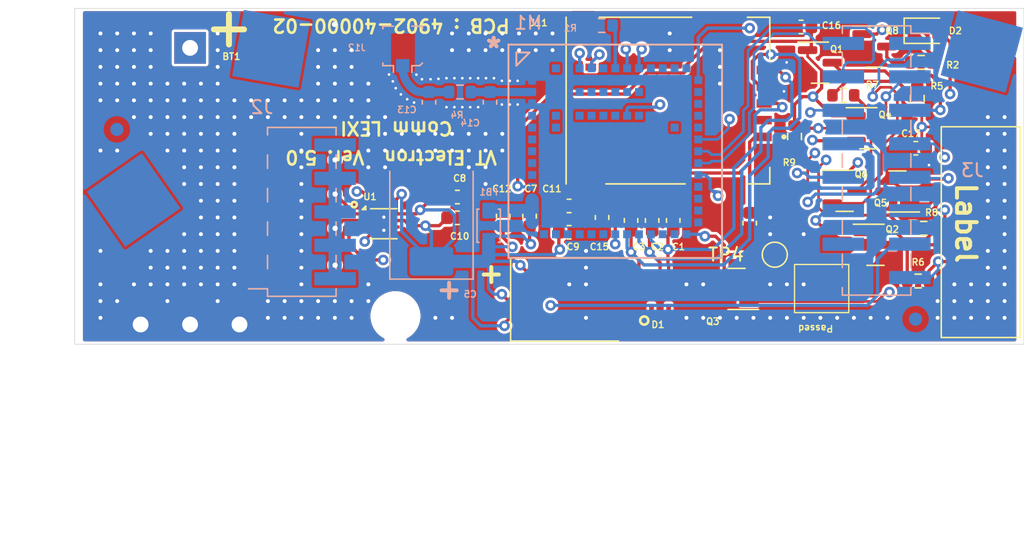
<source format=kicad_pcb>
(kicad_pcb (version 20240108) (generator "pcbnew") (generator_version "8.0")
  (layers (0 "F.Cu" signal) (1 "In1.Cu" signal) (2 "In2.Cu" signal) (31 "B.Cu" signal) (34 "B.Paste" user) (35 "F.Paste" user) (36 "B.SilkS" user "B.Silkscreen") (37 "F.SilkS" user "F.Silkscreen") (38 "B.Mask" user) (39 "F.Mask" user) (44 "Edge.Cuts" user))
  (net 0 "")
  (net 1 "GND")
  (net 6 "/uRST")
  (net 7 "/uCLK")
  (net 8 "/uData")
  (net 9 "/uVDD")
  (net 10 "/VBAT")
  (net 11 "/uPWRKEY")
  (net 12 "/uDTR")
  (net 13 "/TxD")
  (net 14 "/RxD")
  (net 15 "/uDCD")
  (net 16 "/RF_OUT")
  (net 18 "/RXD")
  (net 19 "/TXD")
  (net 20 "/VDD_EXT")
  (net 21 "/DTR")
  (net 22 "/DCD")
  (net 23 "/PWRKEY")
  (net 24 "/Alim")
  (net 52 "/+3V6d")
  (net 53 "/+3V3_UC")
  (net 54 "/RF_OUT1")
  (net 56 "/D+")
  (net 57 "/D-")
  (net 58 "/Vbus")
  (net 75 "/VBAT_F")
  (net 76 "Net-(M1A-RTS)")
  (net 77 "/U5V")
  (net 78 "/P99")
  (net 79 "Net-(D2-K)")
  (net 80 "/Network")
  (net 81 "Net-(Q8-C)")
  (net 82 "/PowerDown")
  (footprint "Capacitor_SMD:C_0603_1608Metric" (layer "F.Cu") (at 48.4 -6.4 90)
    (property "Reference" "C1")
    (property "Value" "47p")
  )
  (footprint "Capacitor_SMD:C_0603_1608Metric" (layer "F.Cu") (at 46.8 -6.4 90)
    (property "Reference" "C2")
    (property "Value" "47p")
  )
  (footprint "Capacitor_SMD:C_0603_1608Metric" (layer "F.Cu") (at 45.2 -6.4 90)
    (property "Reference" "C3")
    (property "Value" "47p")
  )
  (footprint "Capacitor_SMD:C_0603_1608Metric" (layer "F.Cu") (at 54.2 -6.2 90)
    (property "Reference" "C4" (hide yes))
    (property "Value" "100n")
  )
  (footprint "Capacitor_Tantalum_SMD:CP_EIA-7361-38_AVX-V_Pad2.18x3.30mm_HandSolder" (layer "F.Cu") (at 40.6 -0.4)
    (property "Reference" "C6" (hide yes))
    (property "Value" "TAJD477K006RNJ" (hide yes))
  )
  (footprint "Capacitor_SMD:C_0603_1608Metric" (layer "F.Cu") (at 37.5 -6.725 90)
    (property "Reference" "C7")
    (property "Value" "15p")
  )
  (footprint "Capacitor_SMD:C_0603_1608Metric" (layer "F.Cu") (at 32.025 -8.1748)
    (property "Reference" "C8")
    (property "Value" "100n")
  )
  (footprint "Capacitor_SMD:C_0603_1608Metric" (layer "F.Cu") (at 40.5 -5.5)
    (property "Reference" "C9")
    (property "Value" "68p")
  )
  (footprint "Capacitor_SMD:C_0603_1608Metric" (layer "F.Cu") (at 32.025 -6.6)
    (property "Reference" "C10")
    (property "Value" "100n")
  )
  (footprint "Capacitor_SMD:C_0603_1608Metric" (layer "F.Cu") (at 40.5 -7.5)
    (property "Reference" "C11")
    (property "Value" "10n")
  )
  (footprint "Capacitor_SMD:C_0603_1608Metric" (layer "F.Cu") (at 35.5 -6.725 90)
    (property "Reference" "C12")
    (property "Value" "100n")
  )
  (footprint "Diode_SMD:SC70-6" (layer "F.Cu") (at 47.4 -0.6)
    (property "Reference" "D1")
    (property "Value" "SMF05C.TCT" (hide yes))
  )
  (footprint "Package_TO_SOT_SMD:SOT-23" (layer "F.Cu") (at 63.6625 -19.6)
    (property "Reference" "Q8")
    (property "Value" "PDTC143XT" (hide yes))
  )
  (footprint "Connector_Molex:MOLEX_78646-3001" (layer "F.Cu") (at 48 -15.5 180)
    (property "Reference" "J11")
    (property "Value" "78646-3001" (hide yes))
  )
  (footprint "Resistor_SMD:R_0603_1608Metric" (layer "F.Cu") (at 66.975 -1.8)
    (property "Reference" "R6")
    (property "Value" "10k" (hide yes))
  )
  (footprint "TestPoint:TestPoint_Pad_D1.5mm" (layer "F.Cu") (at 56.1 -3.8)
    (property "Reference" "TP4")
    (property "Value" "TestPoint" (hide yes))
  )
  (footprint "Package_TO_SOT_SMD:SOT-23" (layer "F.Cu") (at 65.4 -8.6 180)
    (property "Reference" "Q5")
    (property "Value" "DTC143T" (hide yes))
  )
  (footprint "Resistor_SMD:R_0603_1608Metric" (layer "F.Cu") (at 61.3 -15.9 180)
    (property "Reference" "R7")
    (property "Value" "10k" (hide yes))
  )
  (footprint "Package_SON:WSON-8-1EP_2x2mm_P0.5mm_EP0.9x1.6mm_ThermalVias" (layer "F.Cu") (at 26.45 -6.15)
    (property "Reference" "U1")
    (property "Value" "TPS22967DSGR")
  )
  (footprint "Capacitor_SMD:C_0603_1608Metric" (layer "F.Cu") (at 58.1 -21.09 180)
    (property "Reference" "C16")
    (property "Value" "100n" (hide yes))
  )
  (footprint "Capacitor_SMD:C_0603_1608Metric" (layer "F.Cu") (at 66.8 -11.88)
    (property "Reference" "C17")
    (property "Value" "100n" (hide yes))
  )
  (footprint "Battery:HLC1520-3P" (layer "F.Cu") (at 11.75 -19.5 -90)
    (property "Reference" "BT1")
    (property "Value" "HLC1520-3P")
  )
  (footprint "MountingHole:MountingHole_2.5mm  Simpla" (layer "F.Cu") (at 27.3304 0.8636)
    (property "Reference" "H1" (hide yes))
    (property "Value" "MountingHole" (hide yes))
  )
  (footprint "Resistor_SMD:R_0603_1608Metric" (layer "F.Cu") (at 67.4 -5.8)
    (property "Reference" "R8")
    (property "Value" "10k" (hide yes))
  )
  (footprint "Resistor_SMD:R_0603_1608Metric" (layer "F.Cu") (at 57.6 -12.775 90)
    (property "Reference" "R9")
    (property "Value" "10k" (hide yes))
  )
  (footprint "Package_TO_SOT_SMD:SOT-23" (layer "F.Cu") (at 59.5275 -18.38)
    (property "Reference" "Q1")
    (property "Value" "PDTC143XT" (hide yes))
  )
  (footprint "Fiducial:Fiducial_1mm_Mask2mm" (layer "F.Cu") (at 73.4 -19.4)
    (property "Reference" "FID1" (hide yes))
    (property "Value" "Fiducial" (hide yes))
  )
  (footprint "Resistor_SMD:R_0603_1608Metric" (layer "F.Cu") (at 67.2 -18.4 180)
    (property "Reference" "R2")
    (property "Value" "220" (hide yes))
  )
  (footprint "Package_TO_SOT_SMD:SOT-23" (layer "F.Cu") (at 63.7375 -4.55)
    (property "Reference" "Q2")
    (property "Value" "DTC143T" (hide yes))
  )
  (footprint "Package_TO_SOT_SMD:SOT-23" (layer "F.Cu") (at 61.4 -8.65)
    (property "Reference" "Q6")
    (property "Value" "DTC143T" (hide yes))
  )
  (footprint "Fiducial:Fiducial_1mm_Mask2mm" (layer "F.Cu") (at 6.223 -2.794)
    (property "Reference" "FID4" (hide yes))
    (property "Value" "Fiducial" (hide yes))
  )
  (footprint "Capacitor_SMD:C_0603_1608Metric" (layer "F.Cu") (at 43 -6.625 -90)
    (property "Reference" "C15")
    (property "Value" "47p")
  )
  (footprint "Symbol:Eticheta" (layer "F.Cu") (at 71.7296 -5.5118 -90)
    (property "Reference" "TP1" (hide yes))
    (property "Value" "Eticheta" (hide yes))
  )
  (footprint "LED_SMD:LED_0805_2012Metric" (layer "F.Cu") (at 67.6 -20.8)
    (property "Reference" "D2")
    (property "Value" "598-8181-102F" (hide yes))
  )
  (footprint "Package_TO_SOT_SMD:SOT-23" (layer "F.Cu") (at 63.2 -13.4)
    (property "Reference" "Q4")
    (property "Value" "DTC143T" (hide yes))
  )
  (footprint "Resistor_SMD:R_0603_1608Metric" (layer "F.Cu") (at 66.91 -15.66 90)
    (property "Reference" "R5")
    (property "Value" "4k7" (hide yes))
  )
  (footprint "Package_TO_SOT_SMD:SOT-23" (layer "F.Cu") (at 53.2 -1.2 180)
    (property "Reference" "Q3")
    (property "Value" "PDTC143XT" (hide yes))
  )
  (footprint "Capacitor_Tantalum_SMD:CP_EIA-7361-38_AVX-V_Pad2.18x3.30mm_HandSolder" (layer "B.Cu") (at 30.06 -6.48 90)
    (property "Reference" "C5")
    (property "Value" "TAJD477K006RNJ")
  )
  (footprint "Connector_Coaxial:U.FL_Molex_MCRF_73412-0110_Vertical" (layer "B.Cu") (at 27.875 -19.65 180)
    (property "Reference" "J12")
    (property "Value" "CONUFL001-SMD-T" (hide yes))
  )
  (footprint "Connector_PinHeader_2.54mm:PinHeader_2x08_P2.54mm_Vertical_SMD_MOD" (layer "B.Cu") (at 63.825 -10.95 180)
    (property "Reference" "J3")
    (property "Value" "Conn_02x08_Counter_Clockwise" (hide yes))
  )
  (footprint "ublox:LEXI" (layer "B.Cu") (at 44 -11.65 -90)
    (property "Reference" "M1")
    (property "Value" "LEXI-R422")
  )
  (footprint "TestPoint:TestPoint_Pad_5.1x5.1mm" (layer "B.Cu") (at 17.8976 -19.431 170)
    (property "Reference" "J5" (hide yes))
    (property "Value" "Conn_01x01_Male" (hide yes))
  )
  (footprint "Fiducial:Fiducial_1mm_Mask2mm" (layer "B.Cu") (at 66.7766 1.0922 180)
    (property "Reference" "FID2" (hide yes))
    (property "Value" "Fiducial" (hide yes))
  )
  (footprint "Resistor_SMD:R_0603_1608Metric" (layer "B.Cu") (at 32.225 -16.15)
    (property "Reference" "R4")
    (property "Value" "0")
  )
  (footprint "Resistor_SMD:R_0603_1608Metric" (layer "B.Cu") (at 42.975 -21.2)
    (property "Reference" "R1")
    (property "Value" "0" (hide yes))
  )
  (footprint "Inductor_SMD:L_Walsin_WLFM201209x" (layer "B.Cu") (at 34.4 -6 -90)
    (property "Reference" "FB1")
    (property "Value" "BLM18EG221SN1D")
  )
  (footprint "Connector_PinHeader_2.54mm:PinHeader_2x05_P2.54mm_Vertical_SMD_MOD" (layer "B.Cu") (at 20.225 -7.05)
    (property "Reference" "J2")
    (property "Value" "Conn_02x05_Counter_Clockwise")
  )
  (footprint "Capacitor_SMD:C_0603_1608Metric" (layer "B.Cu") (at 29.875 -15.375 -90)
    (property "Reference" "C13")
    (property "Value" "DNP")
  )
  (footprint "TestPoint:TestPoint_Pad_5.1x5.1mm" (layer "B.Cu") (at 71.8058 -19.2278 165)
    (property "Reference" "J6" (hide yes))
    (property "Value" "Conn_01x01_Male" (hide yes))
  )
  (footprint "TestPoint:TestPoint_Pad_5.1x5.1mm" (layer "B.Cu") (at 7.4676 -7.9502 125)
    (property "Reference" "J4" (hide yes))
    (property "Value" "Conn_01x01_Male" (hide yes))
  )
  (footprint "Fiducial:Fiducial_1mm_Mask2mm" (layer "B.Cu") (at 6.1976 -13.3096 180)
    (property "Reference" "FID3" (hide yes))
    (property "Value" "Fiducial" (hide yes))
  )
  (footprint "Capacitor_SMD:C_0603_1608Metric" (layer "B.Cu") (at 34.5 -15.375 -90)
    (property "Reference" "C14")
    (property "Value" "DNP")
  )
  (gr_circle (center 46.2 1.2) (end 46.510047 1.2) (stroke (width 0.2)) (fill none) (layer "F.SilkS"))
  (gr_circle (center 24.2 -7.6) (end 24.4 -7.6) (stroke (width 0.2)) (fill none) (layer "F.SilkS"))
  (gr_rect (start 57.6 -3.0576) (end 61.7148 0.6) (stroke (width 0.1)) (fill none) (layer "F.SilkS"))
  (gr_line (start 75 3) (end 3 3) (stroke (width 0.05)) (layer "Edge.Cuts"))
  (gr_line (start 3 -22.5) (end 3 3) (stroke (width 0.05)) (layer "Edge.Cuts"))
  (gr_line (start 75 3) (end 75 -22.5) (stroke (width 0.05)) (layer "Edge.Cuts"))
  (gr_line (start 75 -22.5) (end 3 -22.5) (stroke (width 0.05)) (layer "Edge.Cuts"))
  (gr_text "+" (at 31.4 -1.2 0) (layer "B.SilkS") (effects (font (size 1.5 1.5) (thickness 0.3))))
  (gr_text "*" (at 35.55 -18.57 0) (layer "B.SilkS") (effects (font (size 1.5 1.5) (thickness 0.3) (bold yes)) (justify left bottom mirror)))
  (gr_text "PCB : 4902-40000-02" (at 27 -21.2 180) (layer "F.SilkS") (effects (font (size 1 1) (thickness 0.2))))
  (gr_text "VT Electron  Ver. 5.0\n" (at 27 -11.2 180) (layer "F.SilkS") (effects (font (size 1 1) (thickness 0.2))))
  (gr_text "Label" (at 70.6 -6.2 270) (layer "F.SilkS") (effects (font (size 1.5 1.5) (thickness 0.3))))
  (gr_text "Passed" (at 59.2 1.8 180) (layer "F.SilkS") (effects (font (size 0.5 0.5) (thickness 0.1))))
  (gr_text "Comm LEXI\n\n" (at 27.4 -14.2 180) (layer "F.SilkS") (effects (font (size 1 1) (thickness 0.2))))
  (gr_text "+" (at 34.6 -2.4 0) (layer "F.SilkS") (effects (font (size 1.5 1.5) (thickness 0.3))))
  (via (at 70.993 0.993657) (size 0.6) (drill 0.3) (layers "F.Cu" "B.Cu") (net 1))
  (via (at 17.653 0.993657) (size 0.6) (drill 0.3) (layers "F.Cu" "B.Cu") (net 1))
  (via (at 51.943 -18.056343) (size 0.6) (drill 0.3) (layers "F.Cu" "B.Cu") (net 1))
  (via (at 18.923 -0.276343) (size 0.6) (drill 0.3) (layers "F.Cu" "B.Cu") (net 1))
  (via (at 53.213 0.993657) (size 0.6) (drill 0.3) (layers "F.Cu" "B.Cu") (net 1))
  (via (at 4.953 -4.086343) (size 0.6) (drill 0.3) (layers "F.Cu" "B.Cu") (net 1))
  (via (at 22.733 -0.276343) (size 0.6) (drill 0.3) (layers "F.Cu" "B.Cu") (net 1))
  (via (at 72.263 -14.246343) (size 0.6) (drill 0.3) (layers "F.Cu" "B.Cu") (net 1))
  (via (at 13.843 -14.246343) (size 0.6) (drill 0.3) (layers "F.Cu" "B.Cu") (net 1))
  (via (at 41.783 -2.816343) (size 0.6) (drill 0.3) (layers "F.Cu" "B.Cu") (net 1))
  (via (at 73.533 -0.276343) (size 0.6) (drill 0.3) (layers "F.Cu" "B.Cu") (net 1))
  (via (at 11.303 -10.436343) (size 0.6) (drill 0.3) (layers "F.Cu" "B.Cu") (net 1))
  (via (at 73.533 -2.816343) (size 0.6) (drill 0.3) (layers "F.Cu" "B.Cu") (net 1))
  (via (at 11.303 -9.166343) (size 0.6) (drill 0.3) (layers "F.Cu" "B.Cu") (net 1))
  (via (at 12.573 -10.436343) (size 0.6) (drill 0.3) (layers "F.Cu" "B.Cu") (net 1))
  (via (at 31.623 0.993657) (size 0.6) (drill 0.3) (layers "F.Cu" "B.Cu") (net 1))
  (via (at 73.533 -12.976343) (size 0.6) (drill 0.3) (layers "F.Cu" "B.Cu") (net 1))
  (via (at 29.083 -12.976343) (size 0.6) (drill 0.3) (layers "F.Cu" "B.Cu") (net 1))
  (via (at 31.623 -20.596343) (size 0.6) (drill 0.3) (layers "F.Cu" "B.Cu") (net 1))
  (via (at 68.453 0.993657) (size 0.6) (drill 0.3) (layers "F.Cu" "B.Cu") (net 1))
  (via (at 25.273 -10.436343) (size 0.6) (drill 0.3) (layers "F.Cu" "B.Cu") (net 1))
  (via (at 8.763 -19.326343) (size 0.6) (drill 0.3) (layers "F.Cu" "B.Cu") (net 1))
  (via (at 70.993 -1.546343) (size 0.6) (drill 0.3) (layers "F.Cu" "B.Cu") (net 1))
  (via (at 35.4 -15.2) (size 0.4) (drill 0.2) (layers "F.Cu" "B.Cu") (net 1))
  (via (at 32.4 -15) (size 0.4) (drill 0.2) (layers "F.Cu" "B.Cu") (net 1))
  (via (at 13.843 -11.706343) (size 0.6) (drill 0.3) (layers "F.Cu" "B.Cu") (net 1))
  (via (at 7.493 -1.546343) (size 0.6) (drill 0.3) (layers "F.Cu" "B.Cu") (net 1))
  (via (at 73.533 -4.086343) (size 0.6) (drill 0.3) (layers "F.Cu" "B.Cu") (net 1))
  (via (at 10.033 -11.706343) (size 0.6) (drill 0.3) (layers "F.Cu" "B.Cu") (net 1))
  (via (at 18.923 -14.246343) (size 0.6) (drill 0.3) (layers "F.Cu" "B.Cu") (net 1))
  (via (at 21.463 -14.246343) (size 0.6) (drill 0.3) (layers "F.Cu" "B.Cu") (net 1))
  (via (at 7.493 -18.056343) (size 0.6) (drill 0.3) (layers "F.Cu" "B.Cu") (net 1))
  (via (at 10.033 -14.246343) (size 0.6) (drill 0.3) (layers "F.Cu" "B.Cu") (net 1))
  (via (at 22.733 -16.786343) (size 0.6) (drill 0.3) (layers "F.Cu" "B.Cu") (net 1))
  (via (at 6.223 -11.706343) (size 0.6) (drill 0.3) (layers "F.Cu" "B.Cu") (net 1))
  (via (at 37.973 -20.596343) (size 0.6) (drill 0.3) (layers "F.Cu" "B.Cu") (net 1))
  (via (at 6.223 -18.056343) (size 0.6) (drill 0.3) (layers "F.Cu" "B.Cu") (net 1))
  (via (at 13.843 -4.086343) (size 0.6) (drill 0.3) (layers "F.Cu" "B.Cu") (net 1))
  (via (at 57 -18.4) (size 0.4) (drill 0.2) (layers "F.Cu" "B.Cu") (net 1))
  (via (at 72.263 -1.546343) (size 0.6) (drill 0.3) (layers "F.Cu" "B.Cu") (net 1))
  (via (at 39.243 -19.326343) (size 0.6) (drill 0.3) (layers "F.Cu" "B.Cu") (net 1))
  (via (at 32.893 -11.706343) (size 0.6) (drill 0.3) (layers "F.Cu" "B.Cu") (net 1))
  (via (at 73.533 -1.546343) (size 0.6) (drill 0.3) (layers "F.Cu" "B.Cu") (net 1))
  (via (at 24.003 -14.246343) (size 0.6) (drill 0.3) (layers "F.Cu" "B.Cu") (net 1))
  (via (at 4.953 0.993657) (size 0.6) (drill 0.3) (layers "F.Cu" "B.Cu") (net 1))
  (via (at 15.113 -9.166343) (size 0.6) (drill 0.3) (layers "F.Cu" "B.Cu") (net 1))
  (via (at 13.843 -16.786343) (size 0.6) (drill 0.3) (layers "F.Cu" "B.Cu") (net 1))
  (via (at 30.353 -12.976343) (size 0.6) (drill 0.3) (layers "F.Cu" "B.Cu") (net 1))
  (via (at 20.193 -6.626343) (size 0.6) (drill 0.3) (layers "F.Cu" "B.Cu") (net 1))
  (via (at 27.13 -16.96) (size 0.4) (drill 0.2) (layers "F.Cu" "B.Cu") (net 1))
  (via (at 50.673 -1.546343) (size 0.6) (drill 0.3) (layers "F.Cu" "B.Cu") (net 1))
  (via (at 51.943 -16.786343) (size 0.6) (drill 0.3) (layers "F.Cu" "B.Cu") (net 1))
  (via (at 24.003 0.993657) (size 0.6) (drill 0.3) (layers "F.Cu" "B.Cu") (net 1))
  (via (at 6.223 -15.516343) (size 0.6) (drill 0.3) (layers "F.Cu" "B.Cu") (net 1))
  (via (at 22.733 -14.246343) (size 0.6) (drill 0.3) (layers "F.Cu" "B.Cu") (net 1))
  (via (at 18.923 0.993657) (size 0.6) (drill 0.3) (layers "F.Cu" "B.Cu") (net 1))
  (via (at 22.733 -18.056343) (size 0.6) (drill 0.3) (layers "F.Cu" "B.Cu") (net 1))
  (via (at 15.113 -11.706343) (size 0.6) (drill 0.3) (layers "F.Cu" "B.Cu") (net 1))
  (via (at 12.573 -5.356343) (size 0.6) (drill 0.3) (layers "F.Cu" "B.Cu") (net 1))
  (via (at 30.59 -17.15) (size 0.4) (drill 0.2) (layers "F.Cu" "B.Cu") (net 1))
  (via (at 34.163 -11.706343) (size 0.6) (drill 0.3) (layers "F.Cu" "B.Cu") (net 1))
  (via (at 25.273 -0.276343) (size 0.6) (drill 0.3) (layers "F.Cu" "B.Cu") (net 1))
  (via (at 6.223 -0.276343) (size 0.6) (drill 0.3) (layers "F.Cu" "B.Cu") (net 1))
  (via (at 51.943 0.993657) (size 0.6) (drill 0.3) (layers "F.Cu" "B.Cu") (net 1))
  (via (at 6.223 -20.596343) (size 0.6) (drill 0.3) (layers "F.Cu" "B.Cu") (net 1))
  (via (at 54.483 0.993657) (size 0.6) (drill 0.3) (layers "F.Cu" "B.Cu") (net 1))
  (via (at 51.943 -19.326343) (size 0.6) (drill 0.3) (layers "F.Cu" "B.Cu") (net 1))
  (via (at 41.783 -4.086343) (size 0.6) (drill 0.3) (layers "F.Cu" "B.Cu") (net 1))
  (via (at 31.8 -15) (size 0.4) (drill 0.2) (layers "F.Cu" "B.Cu") (net 1))
  (via (at 58.293 0.993657) (size 0.6) (drill 0.3) (layers "F.Cu" "B.Cu") (net 1))
  (via (at 20.193 -11.706343) (size 0.6) (drill 0.3) (layers "F.Cu" "B.Cu") (net 1))
  (via (at 72.263 -0.276343) (size 0.6) (drill 0.3) (layers "F.Cu" "B.Cu") (net 1))
  (via (at 72.263 -6.626343) (size 0.6) (drill 0.3) (layers "F.Cu" "B.Cu") (net 1))
  (via (at 11.303 -11.706343) (size 0.6) (drill 0.3) (layers "F.Cu" "B.Cu") (net 1))
  (via (at 20.193 -2.816343) (size 0.6) (drill 0.3) (layers "F.Cu" "B.Cu") (net 1))
  (via (at 15.113 -4.086343) (size 0.6) (drill 0.3) (layers "F.Cu" "B.Cu") (net 1))
  (via (at 11.303 -5.356343) (size 0.6) (drill 0.3) (layers "F.Cu" "B.Cu") (net 1))
  (via (at 32.4 -17.2) (size 0.4) (drill 0.2) (layers "F.Cu" "B.Cu") (net 1))
  (via (at 22.733 0.993657) (size 0.6) (drill 0.3) (layers "F.Cu" "B.Cu") (net 1))
  (via (at 73.533 -14.246343) (size 0.6) (drill 0.3) (layers "F.Cu" "B.Cu") (net 1))
  (via (at 73.533 0.993657) (size 0.6) (drill 0.3) (layers "F.Cu" "B.Cu") (net 1))
  (via (at 20.193 -5.356343) (size 0.6) (drill 0.3) (layers "F.Cu" "B.Cu") (net 1))
  (via (at 25.273 -15.516343) (size 0.6) (drill 0.3) (layers "F.Cu" "B.Cu") (net 1))
  (via (at 26.543 -12.976343) (size 0.6) (drill 0.3) (layers "F.Cu" "B.Cu") (net 1))
  (via (at 8.763 -1.546343) (size 0.6) (drill 0.3) (layers "F.Cu" "B.Cu") (net 1))
  (via (at 30.353 0.993657) (size 0.6) (drill 0.3) (layers "F.Cu" "B.Cu") (net 1))
  (via (at 20.193 -7.896343) (size 0.6) (drill 0.3) (layers "F.Cu" "B.Cu") (net 1))
  (via (at 13.843 -2.816343) (size 0.6) (drill 0.3) (layers "F.Cu" "B.Cu") (net 1))
  (via (at 57.023 0.993657) (size 0.6) (drill 0.3) (layers "F.Cu" "B.Cu") (net 1))
  (via (at 72.263 -2.816343) (size 0.6) (drill 0.3) (layers "F.Cu" "B.Cu") (net 1))
  (via (at 21.463 -19.326343) (size 0.6) (drill 0.3) (layers "F.Cu" "B.Cu") (net 1))
  (via (at 13.843 -18.056343) (size 0.6) (drill 0.3) (layers "F.Cu" "B.Cu") (net 1))
  (via (at 24.003 -16.786343) (size 0.6) (drill 0.3) (layers "F.Cu" "B.Cu") (net 1))
  (via (at 16.383 -15.516343) (size 0.6) (drill 0.3) (layers "F.Cu" "B.Cu") (net 1))
  (via (at 15.113 -1.546343) (size 0.6) (drill 0.3) (layers "F.Cu" "B.Cu") (net 1))
  (via (at 7.493 -19.326343) (size 0.6) (drill 0.3) (layers "F.Cu" "B.Cu") (net 1))
  (via (at 10.033 -0.276343) (size 0.6) (drill 0.3) (layers "F.Cu" "B.Cu") (net 1))
  (via (at 18.923 -15.516343) (size 0.6) (drill 0.3) (layers "F.Cu" "B.Cu") (net 1))
  (via (at 4.953 -16.786343) (size 0.6) (drill 0.3) (layers "F.Cu" "B.Cu") (net 1))
  (via (at 49.403 -1.546343) (size 0.6) (drill 0.3) (layers "F.Cu" "B.Cu") (net 1))
  (via (at 73.533 -11.706343) (size 0.6) (drill 0.3) (layers "F.Cu" "B.Cu") (net 1))
  (via (at 11.303 -4.086343) (size 0.6) (drill 0.3) (layers "F.Cu" "B.Cu") (net 1))
  (via (at 21.463 -16.786343) (size 0.6) (drill 0.3) (layers "F.Cu" "B.Cu") (net 1))
  (via (at 33 -15) (size 0.4) (drill 0.2) (layers "F.Cu" "B.Cu") (net 1))
  (via (at 7.493 -15.516343) (size 0.6) (drill 0.3) (layers "F.Cu" "B.Cu") (net 1))
  (via (at 59.563 0.993657) (size 0.6) (drill 0.3) (layers "F.Cu" "B.Cu") (net 1))
  (via (at 12.573 -11.706343) (size 0.6) (drill 0.3) (layers "F.Cu" "B.Cu") (net 1))
  (via (at 26.543 -11.706343) (size 0.6) (drill 0.3) (layers "F.Cu" "B.Cu") (net 1))
  (via (at 58.293 -5.356343) (size 0.6) (drill 0.3) (layers "F.Cu" "B.Cu") (net 1))
  (via (at 50.673 0.993657) (size 0.6) (drill 0.3) (layers "F.Cu" "B.Cu") (net 1))
  (via (at 57.023 -1.546343) (size 0.6) (drill 0.3) (layers "F.Cu" "B.Cu") (net 1))
  (via (at 21.463 -0.276343) (size 0.6) (drill 0.3) (layers "F.Cu" "B.Cu") (net 1))
  (via (at 55.753 -1.546343) (size 0.6) (drill 0.3) (layers "F.Cu" "B.Cu") (net 1))
  (via (at 72.263 -12.976343) (size 0.6) (drill 0.3) (layers "F.Cu" "B.Cu") (net 1))
  (via (at 28.92 -17.47) (size 0.4) (drill 0.2) (layers "F.Cu" "B.Cu") (net 1))
  (via (at 55.753 -6.626343) (size 0.6) (drill 0.3) (layers "F.Cu" "B.Cu") (net 1))
  (via (at 17.653 -14.246343) (size 0.6) (drill 0.3) (layers "F.Cu" "B.Cu") (net 1))
  (via (at 21.463 -18.056343) (size 0.6) (drill 0.3) (layers "F.Cu" "B.Cu") (net 1))
  (via (at 63.373 0.993657) (size 0.6) (drill 0.3) (layers "F.Cu" "B.Cu") (net 1))
  (via (at 15.113 -5.356343) (size 0.6) (drill 0.3) (layers "F.Cu" "B.Cu") (net 1))
  (via (at 12.573 -4.086343) (size 0.6) (drill 0.3) (layers "F.Cu" "B.Cu") (net 1))
  (via (at 32.893 -10.436343) (size 0.6) (drill 0.3) (layers "F.Cu" "B.Cu") (net 1))
  (via (at 10.033 -16.786343) (size 0.6) (drill 0.3) (layers "F.Cu" "B.Cu") (net 1))
  (via (at 32.893 -20.596343) (size 0.6) (drill 0.3) (layers "F.Cu" "B.Cu") (net 1))
  (via (at 20.193 -4.086343) (size 0.6) (drill 0.3) (layers "F.Cu" "B.Cu") (net 1))
  (via (at 10.033 -15.516343) (size 0.6) (drill 0.3) (layers "F.Cu" "B.Cu") (net 1))
  (via (at 8.763 -15.516343) (size 0.6) (drill 0.3) (layers "F.Cu" "B.Cu") (net 1))
  (via (at 34.163 -20.596343) (size 0.6) (drill 0.3) (layers "F.Cu" "B.Cu") (net 1))
  (via (at 12.573 -2.816343) (size 0.6) (drill 0.3) (layers "F.Cu" "B.Cu") (net 1))
  (via (at 13.843 -19.326343) (size 0.6) (drill 0.3) (layers "F.Cu" "B.Cu") (net 1))
  (via (at 24.003 -18.056343) (size 0.6) (drill 0.3) (layers "F.Cu" "B.Cu") (net 1))
  (via (at 25.273 -12.976343) (size 0.6) (drill 0.3) (layers "F.Cu" "B.Cu") (net 1))
  (via (at 35.433 -19.326343) (size 0.6) (drill 0.3) (layers "F.Cu" "B.Cu") (net 1))
  (via (at 21.463 -15.516343) (size 0.6) (drill 0.3) (layers "F.Cu" "B.Cu") (net 1))
  (via (at 12.573 -1.546343) (size 0.6) (drill 0.3) (layers "F.Cu" "B.Cu") (net 1))
  (via (at 13.843 -5.356343) (size 0.6) (drill 0.3) (layers "F.Cu" "B.Cu") (net 1))
  (via (at 13.843 -9.166343) (size 0.6) (drill 0.3) (layers "F.Cu" "B.Cu") (net 1))
  (via (at 24.003 -0.276343) (size 0.6) (drill 0.3) (layers "F.Cu" "B.Cu") (net 1))
  (via (at 55.753 -5.356343) (size 0.6) (drill 0.3) (layers "F.Cu" "B.Cu") (net 1))
  (via (at 24.003 -19.326343) (size 0.6) (drill 0.3) (layers "F.Cu" "B.Cu") (net 1))
  (via (at 27.813 -11.706343) (size 0.6) (drill 0.3) (layers "F.Cu" "B.Cu") (net 1))
  (via (at 68.453 -0.276343) (size 0.6) (drill 0.3) (layers "F.Cu" "B.Cu") (net 1))
  (via (at 31.623 -12.976343) (size 0.6) (drill 0.3) (layers "F.Cu" "B.Cu") (net 1))
  (via (at 32.893 -19.326343) (size 0.6) (drill 0.3) (layers "F.Cu" "B.Cu") (net 1))
  (via (at 13.843 -15.516343) (size 0.6) (drill 0.3) (layers "F.Cu" "B.Cu") (net 1))
  (via (at 4.953 -18.056343) (size 0.6) (drill 0.3) (layers "F.Cu" "B.Cu") (net 1))
  (via (at 29.99 -17.12) (size 0.4) (drill 0.2) (layers "F.Cu" "B.Cu") (net 1))
  (via (at 7.493 -20.596343) (size 0.6) (drill 0.3) (layers "F.Cu" "B.Cu") (net 1))
  (via (at 26.84 -17.48) (size 0.4) (drill 0.2) (layers "F.Cu" "B.Cu") (net 1))
  (via (at 36 -15.2) (size 0.4) (drill 0.2) (layers "F.Cu" "B.Cu") (net 1))
  (via (at 41.783 -1.546343) (size 0.6) (drill 0.3) (layers "F.Cu" "B.Cu") (net 1))
  (via (at 28.22 -15.6) (size 0.4) (drill 0.2) (layers "F.Cu" "B.Cu") (net 1))
  (via (at 72.263 -9.166343) (size 0.6) (drill 0.3) (layers "F.Cu" "B.Cu") (net 1))
  (via (at 8.763 -12.976343) (size 0.6) (drill 0.3) (layers "F.Cu" "B.Cu") (net 1))
  (via (at 13.843 -6.626343) (size 0.6) (drill 0.3) (layers "F.Cu" "B.Cu") (net 1))
  (via (at 15.113 -14.246343) (size 0.6) (drill 0.3) (layers "F.Cu" "B.Cu") (net 1))
  (via (at 22.7076 -21.2852) (size 0.8) (drill 0.4) (layers "F.Cu" "B.Cu") (net 1))
  (via (at 15.113 -15.516343) (size 0.6) (drill 0.3) (layers "F.Cu" "B.Cu") (net 1))
  (via (at 20.193 -0.276343) (size 0.6) (drill 0.3) (layers "F.Cu" "B.Cu") (net 1))
  (via (at 20.193 -1.546343) (size 0.6) (drill 0.3) (layers "F.Cu" "B.Cu") (net 1))
  (via (at 70.993 -0.276343) (size 0.6) (drill 0.3) (layers "F.Cu" "B.Cu") (net 1))
  (via (at 31.2 -15) (size 0.4) (drill 0.2) (layers "F.Cu" "B.Cu") (net 1))
  (via (at 36.703 -20.596343) (size 0.6) (drill 0.3) (layers "F.Cu" "B.Cu") (net 1))
  (via (at 34.163 -19.326343) (size 0.6) (drill 0.3) (layers "F.Cu" "B.Cu") (net 1))
  (via (at 29.34 -17.12) (size 0.4) (drill 0.2) (layers "F.Cu" "B.Cu") (net 1))
  (via (at 69.723 -0.276343) (size 0.6) (drill 0.3) (layers "F.Cu" "B.Cu") (net 1))
  (via (at 64.643 0.993657) (size 0.6) (drill 0.3) (layers "F.Cu" "B.Cu") (net 1))
  (via (at 58.293 -1.546343) (size 0.6) (drill 0.3) (layers "F.Cu" "B.Cu") (net 1))
  (via (at 29.083 -11.706343) (size 0.6) (drill 0.3) (layers "F.Cu" "B.Cu") (net 1))
  (via (at 27.813 -12.976343) (size 0.6) (drill 0.3) (layers "F.Cu" "B.Cu") (net 1))
  (via (at 11.303 -2.816343) (size 0.6) (drill 0.3) (layers "F.Cu" "B.Cu") (net 1))
  (via (at 7.493 -16.786343) (size 0.6) (drill 0.3) (layers "F.Cu" "B.Cu") (net 1))
  (via (at 4.953 -15.516343) (size 0.6) (drill 0.3) (layers "F.Cu" "B.Cu") (net 1))
  (via (at 15.113 -12.976343) (size 0.6) (drill 0.3) (layers "F.Cu" "B.Cu") (net 1))
  (via (at 34.163 -12.976343) (size 0.6) (drill 0.3) (layers "F.Cu" "B.Cu") (net 1))
  (via (at 30.353 -11.706343) (size 0.6) (drill 0.3) (layers "F.Cu" "B.Cu") (net 1))
  (via (at 73.533 -10.436343) (size 0.6) (drill 0.3) (layers "F.Cu" "B.Cu") (net 1))
  (via (at 39.243 -20.596343) (size 0.6) (drill 0.3) (layers "F.Cu" "B.Cu") (net 1))
  (via (at 35.433 -20.596343) (size 0.6) (drill 0.3) (layers "F.Cu" "B.Cu") (net 1))
  (via (at 73.533 -7.896343) (size 0.6) (drill 0.3) (layers "F.Cu" "B.Cu") (net 1))
  (via (at 48.133 -19.326343) (size 0.6) (drill 0.3) (layers "F.Cu" "B.Cu") (net 1))
  (via (at 73.533 -6.626343) (size 0.6) (drill 0.3) (layers "F.Cu" "B.Cu") (net 1))
  (via (at 4.953 -11.706343) (size 0.6) (drill 0.3) (layers "F.Cu" "B.Cu") (net 1))
  (via (at 26.543 -10.436343) (size 0.6) (drill 0.3) (layers "F.Cu" "B.Cu") (net 1))
  (via (at 25.273 -11.706343) (size 0.6) (drill 0.3) (layers "F.Cu" "B.Cu") (net 1))
  (via (at 4.953 -0.276343) (size 0.6) (drill 0.3) (layers "F.Cu" "B.Cu") (net 1))
  (via (at 12.573 -16.786343) (size 0.6) (drill 0.3) (layers "F.Cu" "B.Cu") (net 1))
  (via (at 20.193 -12.976343) (size 0.6) (drill 0.3) (layers "F.Cu" "B.Cu") (net 1))
  (via (at 36.703 -19.326343) (size 0.6) (drill 0.3) (layers "F.Cu" "B.Cu") (net 1))
  (via (at 16.383 -14.246343) (size 0.6) (drill 0.3) (layers "F.Cu" "B.Cu") (net 1))
  (via (at 4.953 -20.596343) (size 0.6) (drill 0.3) (layers "F.Cu" "B.Cu") (net 1))
  (via (at 8.763 -16.786343) (size 0.6) (drill 0.3) (layers "F.Cu" "B.Cu") (net 1))
  (via (at 60.833 0.993657) (size 0.6) (drill 0.3) (layers "F.Cu" "B.Cu") (net 1))
  (via (at 8.763 -2.816343) (size 0.6) (drill 0.3) (layers "F.Cu" "B.Cu") (net 1))
  (via (at 12.573 -7.896343) (size 0.6) (drill 0.3) (layers "F.Cu" "B.Cu") (net 1))
  (via (at 26.543 -14.246343) (size 0.6) (drill 0.3) (layers "F.Cu" "B.Cu") (net 1))
  (via (at 15.113 -2.816343) (size 0.6) (drill 0.3) (layers "F.Cu" "B.Cu") (net 1))
  (via (at 25.273 -1.546343) (size 0.6) (drill 0.3) (layers "F.Cu" "B.Cu") (net 1))
  (via (at 35.433 -12.976343) (size 0.6) (drill 0.3) (layers "F.Cu" "B.Cu") (net 1))
  (via (at 72.263 -11.706343) (size 0.6) (drill 0.3) (layers "F.Cu" "B.Cu") (net 1))
  (via (at 7.493 -14.246343) (size 0.6) (drill 0.3) (layers "F.Cu" "B.Cu") (net 1))
  (via (at 4.953 -19.326343) (size 0.6) (drill 0.3) (layers "F.Cu" "B.Cu") (net 1))
  (via (at 11.303 -12.976343) (size 0.6) (drill 0.3) (layers "F.Cu" "B.Cu") (net 1))
  (via (at 31.8 -17.2) (size 0.4) (drill 0.2) (layers "F.Cu" "B.Cu") (net 1))
  (via (at 10.033 -12.976343) (size 0.6) (drill 0.3) (layers "F.Cu" "B.Cu") (net 1))
  (via (at 17.653 -15.516343) (size 0.6) (drill 0.3) (layers "F.Cu" "B.Cu") (net 1))
  (via (at 41.783 0.993657) (size 0.6) (drill 0.3) (layers "F.Cu" "B.Cu") (net 1))
  (via (at 32.893 -12.976343) (size 0.6) (drill 0.3) (layers "F.Cu" "B.Cu") (net 1))
  (via (at 73.533 -9.166343) (size 0.6) (drill 0.3) (layers "F.Cu" "B.Cu") (net 1))
  (via (at 31.2 -17.2) (size 0.4) (drill 0.2) (layers "F.Cu" "B.Cu") (net 1))
  (via (at 20.193 -9.166343) (size 0.6) (drill 0.3) (layers "F.Cu" "B.Cu") (net 1))
  (via (at 10.033 -1.546343) (size 0.6) (drill 0.3) (layers "F.Cu" "B.Cu") (net 1))
  (via (at 4.953 -1.546343) (size 0.6) (drill 0.3) (layers "F.Cu" "B.Cu") (net 1))
  (via (at 6.223 -16.786343) (size 0.6) (drill 0.3) (layers "F.Cu" "B.Cu") (net 1))
  (via (at 15.113 -6.626343) (size 0.6) (drill 0.3) (layers "F.Cu" "B.Cu") (net 1))
  (via (at 28.74 -15.35) (size 0.4) (drill 0.2) (layers "F.Cu" "B.Cu") (net 1))
  (via (at 15.113 -10.436343) (size 0.6) (drill 0.3) (layers "F.Cu" "B.Cu") (net 1))
  (via (at 13.843 -0.276343) (size 0.6) (drill 0.3) (layers "F.Cu" "B.Cu") (net 1))
  (via (at 20.193 0.993657) (size 0.6) (drill 0.3) (layers "F.Cu" "B.Cu") (net 1))
  (via (at 24.003 -15.516343) (size 0.6) (drill 0.3) (layers "F.Cu" "B.Cu") (net 1))
  (via (at 10.033 -4.086343) (size 0.6) (drill 0.3) (layers "F.Cu" "B.Cu") (net 1))
  (via (at 12.573 -14.246343) (size 0.6) (drill 0.3) (layers "F.Cu" "B.Cu") (net 1))
  (via (at 22.733 -19.326343) (size 0.6) (drill 0.3) (layers "F.Cu" "B.Cu") (net 1))
  (via (at 8.763 -4.086343) (size 0.6) (drill 0.3) (layers "F.Cu" "B.Cu") (net 1))
  (via (at 55.753 0.993657) (size 0.6) (drill 0.3) (layers "F.Cu" "B.Cu") (net 1))
  (via (at 11.303 -14.246343) (size 0.6) (drill 0.3) (layers "F.Cu" "B.Cu") (net 1))
  (via (at 72.263 -7.896343) (size 0.6) (drill 0.3) (layers "F.Cu" "B.Cu") (net 1))
  (via (at 10.033 -2.816343) (size 0.6) (drill 0.3) (layers "F.Cu" "B.Cu") (net 1))
  (via (at 20.193 -15.516343) (size 0.6) (drill 0.3) (layers "F.Cu" "B.Cu") (net 1))
  (via (at 8.763 -20.596343) (size 0.6) (drill 0.3) (layers "F.Cu" "B.Cu") (net 1))
  (via (at 34.8 -17.2) (size 0.4) (drill 0.2) (layers "F.Cu" "B.Cu") (net 1))
  (via (at 11.303 -15.516343) (size 0.6) (drill 0.3) (layers "F.Cu" "B.Cu") (net 1))
  (via (at 25.273 -16.786343) (size 0.6) (drill 0.3) (layers "F.Cu" "B.Cu") (net 1))
  (via (at 36.6 -17) (size 0.4) (drill 0.2) (layers "F.Cu" "B.Cu") (net 1))
  (via (at 36 -17) (size 0.4) (drill 0.2) (layers "F.Cu" "B.Cu") (net 1))
  (via (at 20.193 -10.436343) (size 0.6) (drill 0.3) (layers "F.Cu" "B.Cu") (net 1))
  (via (at 34.163 -9.166343) (size 0.6) (drill 0.3) (layers "F.Cu" "B.Cu") (net 1))
  (via (at 40.513 -1.546343) (size 0.6) (drill 0.3) (layers "F.Cu" "B.Cu") (net 1))
  (via (at 31.623 -19.326343) (size 0.6) (drill 0.3) (layers "F.Cu" "B.Cu") (net 1))
  (via (at 67.8 -10.6) (size 0.4) (drill 0.2) (layers "F.Cu" "B.Cu") (net 1))
  (via (at 8.763 -18.056343) (size 0.6) (drill 0.3) (layers "F.Cu" "B.Cu") (net 1))
  (via (at 33 -17.2) (size 0.4) (drill 0.2) (layers "F.Cu" "B.Cu") (net 1))
  (via (at 73.533 -5.356343) (size 0.6) (drill 0.3) (layers "F.Cu" "B.Cu") (net 1))
  (via (at 13.843 -20.596343) (size 0.6) (drill 0.3) (layers "F.Cu" "B.Cu") (net 1))
  (via (at 33.6 -15) (size 0.4) (drill 0.2) (layers "F.Cu" "B.Cu") (net 1))
  (via (at 72.263 0.993657) (size 0.6) (drill 0.3) (layers "F.Cu" "B.Cu") (net 1))
  (via (at 72.263 -4.086343) (size 0.6) (drill 0.3) (layers "F.Cu" "B.Cu") (net 1))
  (via (at 27.35 -16.44) (size 0.4) (drill 0.2) (layers "F.Cu" "B.Cu") (net 1))
  (via (at 35.4 -17) (size 0.4) (drill 0.2) (layers "F.Cu" "B.Cu") (net 1))
  (via (at 27.74 -15.97) (size 0.4) (drill 0.2) (layers "F.Cu" "B.Cu") (net 1))
  (via (at 49.403 0.993657) (size 0.6) (drill 0.3) (layers "F.Cu" "B.Cu") (net 1))
  (via (at 11.303 -16.786343) (size 0.6) (drill 0.3) (layers "F.Cu" "B.Cu") (net 1))
  (via (at 72.263 -10.436343) (size 0.6) (drill 0.3) (layers "F.Cu" "B.Cu") (net 1))
  (via (at 12.573 -9.166343) (size 0.6) (drill 0.3) (layers "F.Cu" "B.Cu") (net 1))
  (via (at 12.573 -12.976343) (size 0.6) (drill 0.3) (layers "F.Cu" "B.Cu") (net 1))
  (via (at 13.843 -12.976343) (size 0.6) (drill 0.3) (layers "F.Cu" "B.Cu") (net 1))
  (via (at 6.223 -19.326343) (size 0.6) (drill 0.3) (layers "F.Cu" "B.Cu") (net 1))
  (via (at 33.6 -17.2) (size 0.4) (drill 0.2) (layers "F.Cu" "B.Cu") (net 1))
  (via (at 69.723 -1.546343) (size 0.6) (drill 0.3) (layers "F.Cu" "B.Cu") (net 1))
  (via (at 13.843 -10.436343) (size 0.6) (drill 0.3) (layers "F.Cu" "B.Cu") (net 1))
  (via (at 34.2 -17.2) (size 0.4) (drill 0.2) (layers "F.Cu" "B.Cu") (net 1))
  (via (at 12.573 -6.626343) (size 0.6) (drill 0.3) (layers "F.Cu" "B.Cu") (net 1))
  (via (at 31.623 -11.706343) (size 0.6) (drill 0.3) (layers "F.Cu" "B.Cu") (net 1))
  (via (at 69.723 0.993657) (size 0.6) (drill 0.3) (layers "F.Cu" "B.Cu") (net 1))
  (via (at 34.163 -10.436343) (size 0.6) (drill 0.3) (layers "F.Cu" "B.Cu") (net 1))
  (via (at 15.113 -7.896343) (size 0.6) (drill 0.3) (layers "F.Cu" "B.Cu") (net 1))
  (via (at 21.463 0.993657) (size 0.6) (drill 0.3) (layers "F.Cu" "B.Cu") (net 1))
  (via (at 17.653 -0.276343) (size 0.6) (drill 0.3) (layers "F.Cu" "B.Cu") (net 1))
  (via (at 20.193 -14.246343) (size 0.6) (drill 0.3) (layers "F.Cu" "B.Cu") (net 1))
  (via (at 25.273 -14.246343) (size 0.6) (drill 0.3) (layers "F.Cu" "B.Cu") (net 1))
  (via (at 37.973 -19.326343) (size 0.6) (drill 0.3) (layers "F.Cu" "B.Cu") (net 1))
  (via (at 62.103 0.993657) (size 0.6) (drill 0.3) (layers "F.Cu" "B.Cu") (net 1))
  (via (at 36.6 -15.2) (size 0.4) (drill 0.2) (layers "F.Cu" "B.Cu") (net 1))
  (via (at 56.8 -16.2) (size 0.4) (drill 0.2) (layers "F.Cu" "B.Cu") (net 1))
  (via (at 22.733 -15.516343) (size 0.6) (drill 0.3) (layers "F.Cu" "B.Cu") (net 1))
  (via (at 12.573 -15.516343) (size 0.6) (drill 0.3) (layers "F.Cu" "B.Cu") (net 1))
  (via (at 13.843 -1.546343) (size 0.6) (drill 0.3) (layers "F.Cu" "B.Cu") (net 1))
  (via (at 13.843 -7.896343) (size 0.6) (drill 0.3) (layers "F.Cu" "B.Cu") (net 1))
  (via (at 48.133 -20.596343) (size 0.6) (drill 0.3) (layers "F.Cu" "B.Cu") (net 1))
  (via (at 35.433 -11.706343) (size 0.6) (drill 0.3) (layers "F.Cu" "B.Cu") (net 1))
  (via (at 11.303 -1.546343) (size 0.6) (drill 0.3) (layers "F.Cu" "B.Cu") (net 1))
  (via (at 8.763 -14.246343) (size 0.6) (drill 0.3) (layers "F.Cu" "B.Cu") (net 1))
  (segment (start 48.05 -3.05) (end 48 -3.1) (width 0.25) (layer "F.Cu") (net 6))
  (segment (start 48 -5.225) (end 48.4 -5.625) (width 0.25) (layer "F.Cu") (net 6))
  (segment (start 48.05 -1.55) (end 48.05 -3.05) (width 0.25) (layer "F.Cu") (net 6))
  (segment (start 56.6 -15) (end 56.315 -15.285) (width 0.25) (layer "F.Cu") (net 6))
  (segment (start 48 -3.1) (end 48 -4.2) (width 0.25) (layer "F.Cu") (net 6))
  (segment (start 56.315 -15.285) (end 55.295 -15.285) (width 0.25) (layer "F.Cu") (net 6))
  (segment (start 48 -4.2) (end 48 -5.225) (width 0.25) (layer "F.Cu") (net 6))
  (segment (start 56.675 -15) (end 56.6 -15) (width 0.25) (layer "F.Cu") (net 6))
  (via (at 56.675 -15) (size 0.8) (drill 0.4) (layers "F.Cu" "B.Cu") (net 6))
  (via (at 48 -4.2) (size 0.8) (drill 0.4) (layers "F.Cu" "B.Cu") (net 6))
  (segment (start 47.425305 -4.2) (end 48 -4.2) (width 0.25) (layer "B.Cu") (net 6))
  (segment (start 46.7 -5.35) (end 46.7 -4.925305) (width 0.25) (layer "B.Cu") (net 6))
  (segment (start 53 -10.4) (end 54.6 -12) (width 0.25) (layer "B.Cu") (net 6))
  (segment (start 55 -14.8) (end 56.475 -14.8) (width 0.25) (layer "B.Cu") (net 6))
  (segment (start 53 -5.8) (end 53 -10.4) (width 0.25) (layer "B.Cu") (net 6))
  (segment (start 56.475 -14.8) (end 56.675 -15) (width 0.25) (layer "B.Cu") (net 6))
  (segment (start 54.6 -12) (end 54.6 -14.4) (width 0.25) (layer "B.Cu") (net 6))
  (segment (start 48 -4.2) (end 51.4 -4.2) (width 0.25) (layer "B.Cu") (net 6))
  (segment (start 51.4 -4.2) (end 53 -5.8) (width 0.25) (layer "B.Cu") (net 6))
  (segment (start 46.7 -4.925305) (end 47.425305 -4.2) (width 0.25) (layer "B.Cu") (net 6))
  (segment (start 54.6 -14.4) (end 55 -14.8) (width 0.25) (layer "B.Cu") (net 6))
  (segment (start 47.4 -3.2) (end 46.6 -4) (width 0.25) (layer "F.Cu") (net 7))
  (segment (start 56.92 -17.28) (end 56.375 -17.825) (width 0.25) (layer "F.Cu") (net 7))
  (segment (start 46.6 -4) (end 46.6 -5.425) (width 0.25) (layer "F.Cu") (net 7))
  (segment (start 46.6 -5.425) (end 46.8 -5.625) (width 0.25) (layer "F.Cu") (net 7))
  (segment (start 47.4 -1.55) (end 47.4 -3.2) (width 0.25) (layer "F.Cu") (net 7))
  (segment (start 56.375 -17.825) (end 55.295 -17.825) (width 0.25) (layer "F.Cu") (net 7))
  (via (at 46.6 -4) (size 0.8) (drill 0.4) (layers "F.Cu" "B.Cu") (net 7))
  (via (at 56.92 -17.28) (size 0.8) (drill 0.4) (layers "F.Cu" "B.Cu") (net 7))
  (segment (start 53.6 -10.2) (end 55.05 -11.65) (width 0.25) (layer "B.Cu") (net 7))
  (segment (start 45.8 -4.8) (end 46.6 -4) (width 0.25) (layer "B.Cu") (net 7))
  (segment (start 57.4 -16.8) (end 56.92 -17.28) (width 0.25) (layer "B.Cu") (net 7))
  (segment (start 57.4 -14.4) (end 57.4 -16.8) (width 0.25) (layer "B.Cu") (net 7))
  (segment (start 55.05 -13.45) (end 55.6 -14) (width 0.25) (layer "B.Cu") (net 7))
  (segment (start 46.6 -4) (end 47.125 -3.475) (width 0.25) (layer "B.Cu") (net 7))
  (segment (start 45.8 -5.35) (end 45.8 -4.8) (width 0.25) (layer "B.Cu") (net 7))
  (segment (start 47.125 -3.475) (end 51.675 -3.475) (width 0.25) (layer "B.Cu") (net 7))
  (segment (start 55.05 -11.65) (end 55.05 -13.45) (width 0.25) (layer "B.Cu") (net 7))
  (segment (start 57 -14) (end 57.4 -14.4) (width 0.25) (layer "B.Cu") (net 7))
  (segment (start 51.675 -3.475) (end 53.6 -5.4) (width 0.25) (layer "B.Cu") (net 7))
  (segment (start 53.6 -5.4) (end 53.6 -10.2) (width 0.25) (layer "B.Cu") (net 7))
  (segment (start 55.6 -14) (end 57 -14) (width 0.25) (layer "B.Cu") (net 7))
  (segment (start 45.8 -2) (end 46.25 -1.55) (width 0.25) (layer "F.Cu") (net 8))
  (segment (start 55.015 -16.555) (end 55.295 -16.555) (width 0.25) (layer "F.Cu") (net 8))
  (segment (start 45.8 -3.4) (end 45.8 -2) (width 0.25) (layer "F.Cu") (net 8))
  (segment (start 54.395 -17.175) (end 55.015 -16.555) (width 0.25) (layer "F.Cu") (net 8))
  (segment (start 46.25 -1.55) (end 46.75 -1.55) (width 0.25) (layer "F.Cu") (net 8))
  (segment (start 45.2 -4) (end 45.2 -5.625) (width 0.25) (layer "F.Cu") (net 8))
  (segment (start 45.2 -4) (end 45.8 -3.4) (width 0.25) (layer "F.Cu") (net 8))
  (segment (start 54.92 -19) (end 54.395 -18.475) (width 0.25) (layer "F.Cu") (net 8))
  (segment (start 54.395 -18.475) (end 54.395 -17.175) (width 0.25) (layer "F.Cu") (net 8))
  (segment (start 55.8 -19) (end 54.92 -19) (width 0.25) (layer "F.Cu") (net 8))
  (via (at 45.2 -4) (size 0.8) (drill 0.4) (layers "F.Cu" "B.Cu") (net 8))
  (via (at 55.8 -19) (size 0.8) (drill 0.4) (layers "F.Cu" "B.Cu") (net 8))
  (segment (start 54.2 -5) (end 54.2 -9.8) (width 0.25) (layer "B.Cu") (net 8))
  (segment (start 57.6 -19) (end 55.8 -19) (width 0.25) (layer "B.Cu") (net 8))
  (segment (start 58 -18.6) (end 57.6 -19) (width 0.25) (layer "B.Cu") (net 8))
  (segment (start 52.225 -3.025) (end 54.2 -5) (width 0.25) (layer "B.Cu") (net 8))
  (segment (start 55.6 -11.2) (end 55.6 -13) (width 0.25) (layer "B.Cu") (net 8))
  (segment (start 56 -13.4) (end 57.2 -13.4) (width 0.25) (layer "B.Cu") (net 8))
  (segment (start 44.9 -5.35) (end 44.9 -4.3) (width 0.25) (layer "B.Cu") (net 8))
  (segment (start 58 -14.2) (end 58 -18.6) (width 0.25) (layer "B.Cu") (net 8))
  (segment (start 46.175 -3.025) (end 52.225 -3.025) (width 0.25) (layer "B.Cu") (net 8))
  (segment (start 57.2 -13.4) (end 58 -14.2) (width 0.25) (layer "B.Cu") (net 8))
  (segment (start 45.2 -4) (end 46.175 -3.025) (width 0.25) (layer "B.Cu") (net 8))
  (segment (start 54.2 -9.8) (end 55.6 -11.2) (width 0.25) (layer "B.Cu") (net 8))
  (segment (start 55.6 -13) (end 56 -13.4) (width 0.25) (layer "B.Cu") (net 8))
  (segment (start 44.9 -4.3) (end 45.2 -4) (width 0.25) (layer "B.Cu") (net 8))
  (segment (start 43 -7.425) (end 43.975 -7.425) (width 0.25) (layer "F.Cu") (net 9))
  (segment (start 44.6 -10) (end 53.4 -10) (width 0.25) (layer "F.Cu") (net 9))
  (segment (start 54.6 -12.745) (end 55.295 -12.745) (width 0.25) (layer "F.Cu") (net 9))
  (segment (start 54.2 -11) (end 54.2 -12.345) (width 0.25) (layer "F.Cu") (net 9))
  (segment (start 44 -4.6) (end 44 -7.4) (width 0.25) (layer "F.Cu") (net 9))
  (segment (start 53.4 -10) (end 54.2 -10.8) (width 0.25) (layer "F.Cu") (net 9))
  (segment (start 44 -7.4) (end 44 -9.4) (width 0.25) (layer "F.Cu") (net 9))
  (segment (start 54.2 -12.345) (end 54.6 -12.745) (width 0.25) (layer "F.Cu") (net 9))
  (segment (start 54.2 -10.8) (end 54.2 -11) (width 0.25) (layer "F.Cu") (net 9))
  (segment (start 43.975 -7.425) (end 44 -7.4) (width 0.25) (layer "F.Cu") (net 9))
  (segment (start 54.2 -6.975) (end 54.2 -11) (width 0.25) (layer "F.Cu") (net 9))
  (segment (start 44 -9.4) (end 44.6 -10) (width 0.25) (layer "F.Cu") (net 9))
  (via (at 44 -4.6) (size 0.8) (drill 0.4) (layers "F.Cu" "B.Cu") (net 9))
  (segment (start 44 -5.35) (end 44 -4.6) (width 0.25) (layer "B.Cu") (net 9))
  (segment (start 30.65 -6) (end 31.25 -6.6) (width 0.25) (layer "F.Cu") (net 10))
  (segment (start 37.4125 -0.4) (end 35.6 1.4125) (width 0.25) (layer "F.Cu") (net 10))
  (segment (start 28.9 -6.9) (end 29.2 -7.2) (width 0.25) (layer "F.Cu") (net 10))
  (segment (start 39.725 -5.5) (end 39.725 -4.275) (width 0.25) (layer "F.Cu") (net 10))
  (segment (start 35.6 1.4125) (end 35.6 1.6) (width 0.25) (layer "F.Cu") (net 10))
  (segment (start 30.1748 -8.1748) (end 31.25 -8.1748) (width 0.25) (layer "F.Cu") (net 10))
  (segment (start 27.4 -8) (end 27.8 -8.4) (width 0.25) (layer "F.Cu") (net 10))
  (segment (start 37.5 -4.7) (end 37.6 -4.6) (width 0.25) (layer "F.Cu") (net 10))
  (segment (start 27.4 -6.9) (end 27.4 -8) (width 0.25) (layer "F.Cu") (net 10))
  (segment (start 39.725 -4.275) (end 39.8 -4.2) (width 0.25) (layer "F.Cu") (net 10))
  (segment (start 29.2 -7.2) (end 30.1748 -8.1748) (width 0.25) (layer "F.Cu") (net 10))
  (segment (start 36.2 -4.4) (end 35.5 -5.1) (width 0.25) (layer "F.Cu") (net 10))
  (segment (start 35.8 -0.4) (end 35.4 -0.8) (width 0.25) (layer "F.Cu") (net 10))
  (segment (start 37.4125 -2.3875) (end 36.8 -3) (width 0.25) (layer "F.Cu") (net 10))
  (segment (start 35.5 -5.1) (end 35.5 -5.95) (width 0.25) (layer "F.Cu") (net 10))
  (segment (start 27.4 -6.4) (end 28 -6.4) (width 0.25) (layer "F.Cu") (net 10))
  (segment (start 27.4 -6.9) (end 28.9 -6.9) (width 0.25) (layer "F.Cu") (net 10))
  (segment (start 37.5 -5.95) (end 37.5 -4.7) (width 0.25) (layer "F.Cu") (net 10))
  (segment (start 29.6 -6) (end 30.65 -6) (width 0.25) (layer "F.Cu") (net 10))
  (segment (start 39.725 -7.5) (end 39.725 -5.5) (width 0.25) (layer "F.Cu") (net 10))
  (segment (start 29.4 -6) (end 29.6 -6) (width 0.25) (layer "F.Cu") (net 10))
  (segment (start 37.4125 -0.4) (end 35.8 -0.4) (width 0.25) (layer "F.Cu") (net 10))
  (segment (start 28 -6.4) (end 28.4 -6) (width 0.25) (layer "F.Cu") (net 10))
  (segment (start 28.4 -6) (end 29.4 -6) (width 0.25) (layer "F.Cu") (net 10))
  (segment (start 37.4125 -0.4) (end 37.4125 -2.3875) (width 0.25) (layer "F.Cu") (net 10))
  (via (at 29.2 -7.2) (size 0.8) (drill 0.4) (layers "F.Cu" "B.Cu") (net 10))
  (via (at 36.2 -4.4) (size 0.8) (drill 0.4) (layers "F.Cu" "B.Cu") (net 10))
  (via (at 39.8 -4.2) (size 0.8) (drill 0.4) (layers "F.Cu" "B.Cu") (net 10))
  (via (at 35.4 -0.8) (size 0.8) (drill 0.4) (layers "F.Cu" "B.Cu") (net 10))
  (via (at 37.6 -4.6) (size 0.8) (drill 0.4) (layers "F.Cu" "B.Cu") (net 10))
  (via (at 35.6 1.6) (size 0.8) (drill 0.4) (layers "F.Cu" "B.Cu") (net 10))
  (via (at 36.8 -3) (size 0.8) (drill 0.4) (layers "F.Cu" "B.Cu") (net 10))
  (via (at 29.6 -6) (size 0.8) (drill 0.4) (layers "F.Cu" "B.Cu") (net 10))
  (via (at 27.8 -8.4) (size 0.8) (drill 0.4) (layers "F.Cu" "B.Cu") (net 10))
  (segment (start 29.2 -7.2) (end 31.4 -7.2) (width 0.25) (layer "B.Cu") (net 10))
  (segment (start 31.4 -7.2) (end 31.8 -6.8) (width 0.25) (layer "B.Cu") (net 10))
  (segment (start 36.2 -4.4) (end 34.85 -4.4) (width 0.25) (layer "B.Cu") (net 10))
  (segment (start 33.4 -3.2925) (end 36.5075 -3.2925) (width 0.25) (layer "B.Cu") (net 10))
  (segment (start 33.4 -3.2925) (end 30.06 -3.2925) (width 1) (layer "B.Cu") (net 10))
  (segment (start 31.8 -5.0325) (end 30.06 -3.2925) (width 0.25) (layer "B.Cu") (net 10))
  (segment (start 35.6 1.6) (end 33.8 1.6) (width 0.25) (layer "B.Cu") (net 10))
  (segment (start 34.4 -1.2) (end 34.4 -3.6) (width 0.25) (layer "B.Cu") (net 10))
  (segment (start 33.2 -3.0925) (end 33.4 -3.2925) (width 0.25) (layer "B.Cu") (net 10))
  (segment (start 34.4 -4.2) (end 34.4 -3.6) (width 1) (layer "B.Cu") (net 10))
  (segment (start 39.4 -3.8) (end 34.6 -3.8) (width 0.25) (layer "B.Cu") (net 10))
  (segment (start 27.8 -8.4) (end 27.8 -5.5525) (width 0.25) (layer "B.Cu") (net 10))
  (segment (start 37 -5.2) (end 34.75 -5.2) (width 0.25) (layer "B.Cu") (net 10))
  (segment (start 33.2 1) (end 33.2 -3.0925) (width 0.25) (layer "B.Cu") (net 10))
  (segment (start 33.8 1.6) (end 33.2 1) (width 0.25) (layer "B.Cu") (net 10))
  (segment (start 34.4 -4.85) (end 34.4 -4.2) (width 1) (layer "B.Cu") (net 10))
  (segment (start 39.8 -4.2) (end 39.4 -3.8) (width 0.25) (layer "B.Cu") (net 10))
  (segment (start 36 -4.2) (end 36.2 -4.4) (width 0.25) (layer "B.Cu") (net 10))
  (segment (start 34.6 -3.8) (end 34.4 -3.6) (width 0.25) (layer "B.Cu") (net 10))
  (segment (start 34.85 -4.4) (end 34.4 -4.85) (width 0.25) (layer "B.Cu") (net 10))
  (segment (start 36.5075 -3.2925) (end 36.8 -3) (width 0.25) (layer "B.Cu") (net 10))
  (segment (start 30.06 -5.54) (end 30.06 -3.2925) (width 0.25) (layer "B.Cu") (net 10))
  (segment (start 27.8 -5.5525) (end 30.06 -3.2925) (width 0.25) (layer "B.Cu") (net 10))
  (segment (start 29.6 -6) (end 30.06 -5.54) (width 0.25) (layer "B.Cu") (net 10))
  (segment (start 34.4 -3.6) (end 34.0925 -3.2925) (width 1) (layer "B.Cu") (net 10))
  (segment (start 37.6 -4.6) (end 37 -5.2) (width 0.25) (layer "B.Cu") (net 10))
  (segment (start 35.4 -0.8) (end 34.8 -0.8) (width 0.25) (layer "B.Cu") (net 10))
  (segment (start 31.8 -6.8) (end 31.8 -5.0325) (width 0.25) (layer "B.Cu") (net 10))
  (segment (start 34.0925 -3.2925) (end 33.4 -3.2925) (width 1) (layer "B.Cu") (net 10))
  (segment (start 34.8 -0.8) (end 34.4 -1.2) (width 0.25) (layer "B.Cu") (net 10))
  (segment (start 34.75 -5.2) (end 34.4 -4.85) (width 0.25) (layer "B.Cu") (net 10))
  (segment (start 62.8 -0.25) (end 63.85 -0.25) (width 0.2) (layer "F.Cu") (net 11))
  (segment (start 63.85 -0.25) (end 64.8 -1.2) (width 0.2) (layer "F.Cu") (net 11))
  (segment (start 64.8 -1.2) (end 64.8 -0.959998) (width 0.2) (layer "F.Cu") (net 11))
  (segment (start 62.8 -0.25) (end 54.1375 -0.25) (width 0.25) (layer "F.Cu") (net 11))
  (segment (start 69 -11.2) (end 68.905 -11.105) (width 0.2) (layer "F.Cu") (net 11))
  (via (at 69 -11.2) (size 0.8) (drill 0.4) (layers "F.Cu" "B.Cu") (net 11))
  (via (at 64.8 -0.959998) (size 0.8) (drill 0.4) (layers "F.Cu" "B.Cu") (net 11))
  (segment (start 68.17 -12.22) (end 66.35 -12.22) (width 0.2) (layer "B.Cu") (net 11))
  (segment (start 69 -11.2) (end 69 -11.39) (width 0.2) (layer "B.Cu") (net 11))
  (segment (start 69 -11.39) (end 68.17 -12.22) (width 0.2) (layer "B.Cu") (net 11))
  (segment (start 65.4 -13.2) (end 64.2 -12) (width 0.2) (layer "F.Cu") (net 12))
  (segment (start 63.375 -8.309448) (end 62.765552 -7.7) (width 0.2) (layer "F.Cu") (net 12))
  (segment (start 64.2 -9.946815) (end 63.375 -9.121815) (width 0.2) (layer "F.Cu") (net 12))
  (segment (start 62.765552 -7.7) (end 60.4625 -7.7) (width 0.2) (layer "F.Cu") (net 12))
  (segment (start 64.2 -12) (end 64.2 -9.946815) (width 0.2) (layer "F.Cu") (net 12))
  (segment (start 63.532858 -15.922808) (end 64.119002 -16.508952) (width 0.2) (layer "F.Cu") (net 12))
  (segment (start 63.375 -9.121815) (end 63.375 -8.309448) (width 0.2) (layer "F.Cu") (net 12))
  (segment (start 64.119002 -16.508952) (end 64.891048 -16.508952) (width 0.2) (layer "F.Cu") (net 12))
  (segment (start 64.891048 -16.508952) (end 65.4 -16) (width 0.2) (layer "F.Cu") (net 12))
  (segment (start 65.4 -16) (end 65.4 -13.2) (width 0.2) (layer "F.Cu") (net 12))
  (segment (start 63.532858 -15.799356) (end 63.532858 -15.922808) (width 0.2) (layer "F.Cu") (net 12))
  (via (at 63.532858 -15.799356) (size 0.8) (drill 0.4) (layers "F.Cu" "B.Cu") (net 12))
  (segment (start 63.532858 -15.799356) (end 63.532858 -16.332858) (width 0.2) (layer "B.Cu") (net 12))
  (segment (start 66.35 -19.15) (end 66.35 -19.84) (width 0.2) (layer "B.Cu") (net 12))
  (segment (start 64 -16.8) (end 64 -18) (width 0.2) (layer "B.Cu") (net 12))
  (segment (start 65.8 -18.6) (end 66.35 -19.15) (width 0.2) (layer "B.Cu") (net 12))
  (segment (start 63.532858 -16.332858) (end 64 -16.8) (width 0.2) (layer "B.Cu") (net 12))
  (segment (start 64 -18) (end 64.6 -18.6) (width 0.2) (layer "B.Cu") (net 12))
  (segment (start 64.6 -18.6) (end 65.8 -18.6) (width 0.2) (layer "B.Cu") (net 12))
  (segment (start 69.225 -9.55) (end 69.275 -9.6) (width 0.25) (layer "F.Cu") (net 13))
  (segment (start 66.3375 -9.55) (end 69.225 -9.55) (width 0.25) (layer "F.Cu") (net 13))
  (via (at 69.275 -9.6) (size 0.8) (drill 0.4) (layers "F.Cu" "B.Cu") (net 13))
  (segment (start 66.43 -9.6) (end 66.35 -9.68) (width 0.2) (layer "B.Cu") (net 13))
  (segment (start 69.275 -9.6) (end 66.43 -9.6) (width 0.2) (layer "B.Cu") (net 13))
  (segment (start 64.675 -4.55) (end 66 -4.55) (width 0.25) (layer "F.Cu") (net 14))
  (segment (start 66 -4.55) (end 68.35 -4.55) (width 0.25) (layer "F.Cu") (net 14))
  (segment (start 68.35 -4.55) (end 69 -5.2) (width 0.25) (layer "F.Cu") (net 14))
  (segment (start 66.15 -1.8) (end 66.15 -4.4) (width 0.25) (layer "F.Cu") (net 14))
  (segment (start 66.15 -4.4) (end 66 -4.55) (width 0.25) (layer "F.Cu") (net 14))
  (segment (start 69 -5.2) (end 69 -7.2) (width 0.25) (layer "F.Cu") (net 14))
  (via (at 69 -7.2) (size 0.8) (drill 0.4) (layers "F.Cu" "B.Cu") (net 14))
  (segment (start 69 -7.2) (end 66.41 -7.2) (width 0.2) (layer "B.Cu") (net 14))
  (segment (start 66.41 -7.2) (end 66.35 -7.14) (width 0.2) (layer "B.Cu") (net 14))
  (segment (start 63.1 -15) (end 63.025 -15) (width 0.25) (layer "F.Cu") (net 15))
  (segment (start 64.532815 -15.808952) (end 64.532815 -15) (width 0.2) (layer "F.Cu") (net 15))
  (segment (start 64.532815 -15) (end 64.532815 -13.795315) (width 0.2) (layer "F.Cu") (net 15))
  (segment (start 62.025 -15.8) (end 62.2 -15.8) (width 0.25) (layer "F.Cu") (net 15))
  (segment (start 63 -15) (end 63.1 -15) (width 0.25) (layer "F.Cu") (net 15))
  (segment (start 63.025 -15) (end 62.125 -15.9) (width 0.25) (layer "F.Cu") (net 15))
  (segment (start 64.532815 -13.795315) (end 64.1375 -13.4) (width 0.2) (layer "F.Cu") (net 15))
  (segment (start 63.1 -15) (end 64.532815 -15) (width 0.25) (layer "F.Cu") (net 15))
  (via (at 64.532815 -15.808952) (size 0.8) (drill 0.4) (layers "F.Cu" "B.Cu") (net 15))
  (segment (start 64.532815 -15.808952) (end 66.023863 -17.3) (width 0.2) (layer "B.Cu") (net 15))
  (segment (start 66.023863 -17.3) (end 66.35 -17.3) (width 0.2) (layer "B.Cu") (net 15))
  (segment (start 34.5 -16.15) (end 33.05 -16.15) (width 0.625) (layer "B.Cu") (net 16))
  (segment (start 34.5 -16.15) (end 37.7 -16.15) (width 0.625) (layer "B.Cu") (net 16))
  (segment (start 57.693 -4.907) (end 57.693 -8.493) (width 0.2) (layer "F.Cu") (net 18))
  (segment (start 59.2 -11.576096) (end 59.148889 -11.524985) (width 0.2) (layer "F.Cu") (net 18))
  (segment (start 62.8 -3.6) (end 58.8 -3.6) (width 0.2) (layer "F.Cu") (net 18))
  (segment (start 59.2 -11.6) (end 59.2 -11.576096) (width 0.2) (layer "F.Cu") (net 18))
  (segment (start 57.8 -4.8) (end 57.693 -4.907) (width 0.2) (layer "F.Cu") (net 18))
  (segment (start 58.6 -9.4) (end 58.6 -10.976096) (width 0.2) (layer "F.Cu") (net 18))
  (segment (start 59.3 -11.6) (end 59.2 -11.6) (width 0.2) (layer "F.Cu") (net 18))
  (segment (start 57.693 -8.493) (end 58.6 -9.4) (width 0.2) (layer "F.Cu") (net 18))
  (segment (start 58.8 -3.6) (end 57.8 -4.6) (width 0.2) (layer "F.Cu") (net 18))
  (segment (start 57.8 -4.6) (end 57.8 -4.8) (width 0.2) (layer "F.Cu") (net 18))
  (segment (start 58.6 -10.976096) (end 59.148889 -11.524985) (width 0.2) (layer "F.Cu") (net 18))
  (via (at 59.148889 -11.524985) (size 0.8) (drill 0.4) (layers "F.Cu" "B.Cu") (net 18))
  (via (at 41.3 -19.1) (size 0.8) (drill 0.4) (layers "F.Cu" "B.Cu") (net 18))
  (segment (start 41.3 -17.95) (end 41.3 -19.1) (width 0.25) (layer "B.Cu") (net 18))
  (segment (start 64.4625 -7.6625) (end 64.4625 -8.6) (width 0.2) (layer "F.Cu") (net 19))
  (segment (start 59.984448 -6.8) (end 62.8 -6.8) (width 0.2) (layer "F.Cu") (net 19))
  (segment (start 63.6 -6.8) (end 64.4625 -7.6625) (width 0.2) (layer "F.Cu") (net 19))
  (segment (start 59.425 -10.425) (end 59.425 -7.359448) (width 0.2) (layer "F.Cu") (net 19))
  (segment (start 65.8 -5.8) (end 64.8 -6.8) (width 0.25) (layer "F.Cu") (net 19))
  (segment (start 62.8 -6.8) (end 63.6 -6.8) (width 0.2) (layer "F.Cu") (net 19))
  (segment (start 66.575 -5.8) (end 65.8 -5.8) (width 0.25) (layer "F.Cu") (net 19))
  (segment (start 59.425 -7.359448) (end 59.984448 -6.8) (width 0.2) (layer "F.Cu") (net 19))
  (segment (start 63.2 -6.8) (end 63.6 -6.8) (width 0.2) (layer "F.Cu") (net 19))
  (segment (start 60 -11) (end 59.425 -10.425) (width 0.2) (layer "F.Cu") (net 19))
  (segment (start 64.8 -6.8) (end 63.2 -6.8) (width 0.25) (layer "F.Cu") (net 19))
  (segment (start 62.8 -6.8) (end 63.2 -6.8) (width 0.2) (layer "F.Cu") (net 19))
  (via (at 60 -11) (size 0.8) (drill 0.4) (layers "F.Cu" "B.Cu") (net 19))
  (via (at 42.8 -19) (size 0.8) (drill 0.4) (layers "F.Cu" "B.Cu") (net 19))
  (segment (start 42.2 -18.4) (end 42.8 -19) (width 0.25) (layer "B.Cu") (net 19))
  (segment (start 42.2 -17.95) (end 42.2 -18.4) (width 0.25) (layer "B.Cu") (net 19))
  (segment (start 36.6 -9) (end 36.6 -13.4) (width 0.25) (layer "F.Cu") (net 20))
  (segment (start 59.2 -6.4) (end 59.6 -6) (width 0.25) (layer "F.Cu") (net 20))
  (segment (start 51.2 -20) (end 58.875 -20) (width 0.25) (layer "F.Cu") (net 20))
  (segment (start 49.4 -18.2) (end 51.2 -20) (width 0.25) (layer "F.Cu") (net 20))
  (segment (start 58.59 -18.841592) (end 59.6525 -17.779092) (width 0.2) (layer "F.Cu") (net 20))
  (segment (start 68.225 -5.625) (end 67.6 -5) (width 0.25) (layer "F.Cu") (net 20))
  (segment (start 44.8 -16) (end 46.4 -17.6) (width 0.25) (layer "F.Cu") (net 20))
  (segment (start 57.6 -15.2) (end 58.2 -15.8) (width 0.25) (layer "F.Cu") (net 20))
  (segment (start 39.2 -16) (end 44.8 -16) (width 0.25) (layer "F.Cu") (net 20))
  (segment (start 58.59 -19.33) (end 58.59 -18.841592) (width 0.2) (layer "F.Cu") (net 20))
  (segment (start 49.2 -17.6) (end 49.4 -17.8) (width 0.25) (layer "F.Cu") (net 20))
  (segment (start 62.8 -5.5) (end 61.1 -5.5) (width 0.25) (layer "F.Cu") (net 20))
  (segment (start 49.4 -17.8) (end 49.4 -18.2) (width 0.25) (layer "F.Cu") (net 20))
  (segment (start 59 -15.8) (end 60.45 -14.35) (width 0.25) (layer "F.Cu") (net 20))
  (segment (start 60.45 -14.35) (end 62.2625 -14.35) (width 0.25) (layer "F.Cu") (net 20))
  (segment (start 65.3 -5.5) (end 65.8 -5) (width 0.25) (layer "F.Cu") (net 20))
  (segment (start 59.6 -6) (end 60.6 -6) (width 0.25) (layer "F.Cu") (net 20))
  (segment (start 46.4 -17.6) (end 49.2 -17.6) (width 0.25) (layer "F.Cu") (net 20))
  (segment (start 58.875 -19.615) (end 58.59 -19.33) (width 0.25) (layer "F.Cu") (net 20))
  (segment (start 62.8 -5.5) (end 65.3 -5.5) (width 0.25) (layer "F.Cu") (net 20))
  (segment (start 59 -15.8) (end 59.6525 -16.4525) (width 0.25) (layer "F.Cu") (net 20))
  (segment (start 59.6525 -16.4525) (end 59.6525 -17.779092) (width 0.25) (layer "F.Cu") (net 20))
  (segment (start 58.875 -21.09) (end 58.875 -20) (width 0.25) (layer "F.Cu") (net 20))
  (segment (start 68.225 -5.8) (end 68.225 -5.625) (width 0.25) (layer "F.Cu") (net 20))
  (segment (start 36.6 -13.4) (end 39.2 -16) (width 0.25) (layer "F.Cu") (net 20))
  (segment (start 61.1 -5.5) (end 60.6 -6) (width 0.25) (layer "F.Cu") (net 20))
  (segment (start 58.875 -20) (end 58.875 -19.615) (width 0.25) (layer "F.Cu") (net 20))
  (segment (start 57.6 -13.6) (end 57.6 -15.2) (width 0.25) (layer "F.Cu") (net 20))
  (segment (start 58.2 -15.8) (end 59 -15.8) (width 0.25) (layer "F.Cu") (net 20))
  (segment (start 65.8 -5) (end 67.6 -5) (width 0.25) (layer "F.Cu") (net 20))
  (via (at 59.2 -6.4) (size 0.8) (drill 0.4) (layers "F.Cu" "B.Cu") (net 20))
  (via (at 36.6 -9) (size 0.8) (drill 0.4) (layers "F.Cu" "B.Cu") (net 20))
  (via (at 59 -15.8) (size 0.8) (drill 0.4) (layers "F.Cu" "B.Cu") (net 20))
  (segment (start 59.94 -7.14) (end 61.3 -7.14) (width 0.25) (layer "B.Cu") (net 20))
  (segment (start 36.65 -8.95) (end 36.6 -9) (width 0.25) (layer "B.Cu") (net 20))
  (segment (start 59.2 -6.4) (end 59.94 -7.14) (width 0.25) (layer "B.Cu") (net 20))
  (segment (start 37.7 -8.95) (end 36.65 -8.95) (width 0.25) (layer "B.Cu") (net 20))
  (segment (start 58.65 -13.4) (end 59.4 -13.4) (width 0.25) (layer "F.Cu") (net 21))
  (segment (start 62.3375 -8.65) (end 63.4 -9.7125) (width 0.2) (layer "F.Cu") (net 21))
  (segment (start 57.6 -11.95) (end 57.6 -12.6) (width 0.25) (layer "F.Cu") (net 21))
  (segment (start 62.690552 -13.4) (end 59.4 -13.4) (width 0.2) (layer "F.Cu") (net 21))
  (segment (start 63.4 -9.7125) (end 63.4 -12.690552) (width 0.2) (layer "F.Cu") (net 21))
  (segment (start 57.8 -12.8) (end 58.05 -12.8) (width 0.25) (layer "F.Cu") (net 21))
  (segment (start 58.05 -12.8) (end 58.65 -13.4) (width 0.25) (layer "F.Cu") (net 21))
  (segment (start 63.4 -12.690552) (end 62.690552 -13.4) (width 0.2) (layer "F.Cu") (net 21))
  (segment (start 57.6 -12.6) (end 57.8 -12.8) (width 0.25) (layer "F.Cu") (net 21))
  (via (at 46 -19.4) (size 0.8) (drill 0.4) (layers "F.Cu" "B.Cu") (net 21))
  (via (at 59.4 -13.4) (size 0.8) (drill 0.4) (layers "F.Cu" "B.Cu") (net 21))
  (segment (start 45.8 -17.95) (end 45.8 -19.2) (width 0.25) (layer "B.Cu") (net 21))
  (segment (start 45.8 -19.2) (end 46 -19.4) (width 0.25) (layer "B.Cu") (net 21))
  (segment (start 58.952785 -12.505571) (end 58.952785 -12.552785) (width 0.2) (layer "F.Cu") (net 22))
  (segment (start 62.2625 -12.45) (end 59.008356 -12.45) (width 0.25) (layer "F.Cu") (net 22))
  (segment (start 59.008356 -12.45) (end 58.952785 -12.505571) (width 0.25) (layer "F.Cu") (net 22))
  (via (at 58.952785 -12.505571) (size 0.8) (drill 0.4) (layers "F.Cu" "B.Cu") (net 22))
  (via (at 44.8 -19.4) (size 0.8) (drill 0.4) (layers "F.Cu" "B.Cu") (net 22))
  (segment (start 44.9 -19.3) (end 44.8 -19.4) (width 0.25) (layer "B.Cu") (net 22))
  (segment (start 44.9 -17.95) (end 44.9 -19.3) (width 0.25) (layer "B.Cu") (net 22))
  (segment (start 52.2625 -1.2) (end 52.2625 -3.6) (width 0.25) (layer "F.Cu") (net 23))
  (segment (start 56.1 -3.8) (end 52.4625 -3.8) (width 0.25) (layer "F.Cu") (net 23))
  (segment (start 51.6 -5.2) (end 50.8 -5.2) (width 0.25) (layer "F.Cu") (net 23))
  (segment (start 52.4625 -3.8) (end 52.2625 -3.6) (width 0.25) (layer "F.Cu") (net 23))
  (segment (start 52.2625 -3.8) (end 52.2625 -4.5375) (width 0.25) (layer "F.Cu") (net 23))
  (segment (start 52.2625 -3.6) (end 52.2625 -3.8) (width 0.25) (layer "F.Cu") (net 23))
  (segment (start 52.2625 -4.5375) (end 51.6 -5.2) (width 0.25) (layer "F.Cu") (net 23))
  (via (at 50.8 -5.2) (size 0.8) (drill 0.4) (layers "F.Cu" "B.Cu") (net 23))
  (segment (start 49.4 -5.35) (end 50.65 -5.35) (width 0.25) (layer "B.Cu") (net 23))
  (segment (start 50.65 -5.35) (end 50.8 -5.2) (width 0.25) (layer "B.Cu") (net 23))
  (segment (start 24.5 -5.9) (end 23.8 -5.2) (width 0.25) (layer "F.Cu") (net 24))
  (segment (start 25 -3.4) (end 26.4 -3.4) (width 0.25) (layer "F.Cu") (net 24))
  (segment (start 25.5 -5.9) (end 24.5 -5.9) (width 0.25) (layer "F.Cu") (net 24))
  (segment (start 23.8 -4.6) (end 25 -3.4) (width 0.25) (layer "F.Cu") (net 24))
  (segment (start 23.8 -5.2) (end 23.8 -4.6) (width 0.25) (layer "F.Cu") (net 24))
  (via (at 39.1 0.05) (size 0.8) (drill 0.4) (layers "F.Cu" "B.Cu") (net 24))
  (via (at 26.4 -3.4) (size 0.8) (drill 0.4) (layers "F.Cu" "B.Cu") (net 24))
  (segment (start 65.05 -4.6) (end 66.35 -4.6) (width 0.25) (layer "B.Cu") (net 24))
  (segment (start 63.125 0.05) (end 63.9 -0.725) (width 0.25) (layer "B.Cu") (net 24))
  (segment (start 63.9 -3.45) (end 65.05 -4.6) (width 0.25) (layer "B.Cu") (net 24))
  (segment (start 39.1 0.05) (end 63.125 0.05) (width 0.25) (layer "B.Cu") (net 24))
  (segment (start 63.9 -0.725) (end 63.9 -3.45) (width 0.25) (layer "B.Cu") (net 24))
  (segment (start 25.5 -6.9) (end 25.5 -7.9) (width 0.25) (layer "F.Cu") (net 52))
  (segment (start 69.4 -19.9375) (end 69.4 -16) (width 0.25) (layer "F.Cu") (net 52))
  (segment (start 68.5375 -20.8) (end 69.4 -19.9375) (width 0.25) (layer "F.Cu") (net 52))
  (segment (start 25.5 -7.9) (end 24.8 -8.6) (width 0.25) (layer "F.Cu") (net 52))
  (segment (start 23.35 -6.4) (end 22.75 -5.8) (width 0.25) (layer "F.Cu") (net 52))
  (segment (start 25.5 -6.4) (end 23.35 -6.4) (width 0.25) (layer "F.Cu") (net 52))
  (segment (start 25.5 -6.9) (end 24.25 -6.9) (width 0.25) (layer "F.Cu") (net 52))
  (segment (start 24.25 -6.9) (end 22.75 -8.4) (width 0.25) (layer "F.Cu") (net 52))
  (segment (start 24.8 -8.6) (end 24.4 -8.6) (width 0.25) (layer "F.Cu") (net 52))
  (segment (start 25 -4.9) (end 25 -4.8) (width 0.25) (layer "F.Cu") (net 52))
  (segment (start 25.5 -5.4) (end 25 -4.9) (width 0.25) (layer "F.Cu") (net 52))
  (via (at 22.75 -8.4) (size 0.8) (drill 0.4) (layers "F.Cu" "B.Cu") (net 52))
  (via (at 69.4 -16) (size 0.8) (drill 0.4) (layers "F.Cu" "B.Cu") (net 52))
  (via (at 22.75 -5.8) (size 0.8) (drill 0.4) (layers "F.Cu" "B.Cu") (net 52))
  (via (at 24.4 -8.6) (size 0.8) (drill 0.4) (layers "F.Cu" "B.Cu") (net 52))
  (via (at 25 -4.8) (size 0.8) (drill 0.4) (layers "F.Cu" "B.Cu") (net 52))
  (via (at 22.75 -11) (size 0.8) (drill 0.4) (layers "F.Cu" "B.Cu") (net 52))
  (via (at 22.75 -3) (size 0.8) (drill 0.4) (layers "F.Cu" "B.Cu") (net 52))
  (segment (start 22.75 -11) (end 22.75 -12.13) (width 1) (layer "B.Cu") (net 52))
  (segment (start 22.75 -2.005) (end 22.75 -3) (width 1) (layer "B.Cu") (net 52))
  (segment (start 22.75 -5.8) (end 22.75 -8.4) (width 1) (layer "B.Cu") (net 52))
  (segment (start 22.75 -8.4) (end 22.75 -11) (width 1) (layer "B.Cu") (net 52))
  (segment (start 22.75 -3) (end 22.75 -5.8) (width 1) (layer "B.Cu") (net 52))
  (segment (start 69.3 -13.5) (end 70.3 -13.5) (width 0.25) (layer "F.Cu") (net 53))
  (segment (start 61.535 -16.96) (end 65.4 -16.96) (width 0.25) (layer "F.Cu") (net 53))
  (segment (start 70.8 -4.4) (end 69.675 -3.275) (width 0.25) (layer "F.Cu") (net 53))
  (segment (start 65.825 -16.535) (end 65.825 -15.375) (width 0.25) (layer "F.Cu") (net 53))
  (segment (start 67.25 -14.495) (end 66.91 -14.835) (width 0.2) (layer "F.Cu") (net 53))
  (segment (start 67.35 -13.4) (end 67.25 -13.5) (width 0.25) (layer "F.Cu") (net 53))
  (segment (start 60.4625 -9.6) (end 61.2 -9.6) (width 0.25) (layer "F.Cu") (net 53))
  (segment (start 67.8 -2.575) (end 68.5 -3.275) (width 0.25) (layer "F.Cu") (net 53))
  (segment (start 65.825 -15.375) (end 66.365 -14.835) (width 0.25) (layer "F.Cu") (net 53))
  (segment (start 61.2 -9.6) (end 62.4 -10.8) (width 0.25) (layer "F.Cu") (net 53))
  (segment (start 67.25 -13.5) (end 67.25 -12.205) (width 0.2) (layer "F.Cu") (net 53))
  (segment (start 60.475 -15.9) (end 61.535 -16.96) (width 0.25) (layer "F.Cu") (net 53))
  (segment (start 68.8 -8.6) (end 70.8 -8.6) (width 0.25) (layer "F.Cu") (net 53))
  (segment (start 67.85 -7.65) (end 68.8 -8.6) (width 0.25) (layer "F.Cu") (net 53))
  (segment (start 70.3 -13.5) (end 70.8 -13) (width 0.25) (layer "F.Cu") (net 53))
  (segment (start 69.3 -13.5) (end 67.25 -13.5) (width 0.2) (layer "F.Cu") (net 53))
  (segment (start 69.675 -3.275) (end 68.5 -3.275) (width 0.25) (layer "F.Cu") (net 53))
  (segment (start 67.25 -12.205) (end 67.575 -11.88) (width 0.2) (layer "F.Cu") (net 53))
  (segment (start 70.8 -13) (end 70.8 -8.6) (width 0.25) (layer "F.Cu") (net 53))
  (segment (start 67.8 -1.8) (end 67.8 -2.575) (width 0.25) (layer "F.Cu") (net 53))
  (segment (start 67.25 -13.5) (end 67.25 -14.495) (width 0.2) (layer "F.Cu") (net 53))
  (segment (start 66.3375 -7.65) (end 67.85 -7.65) (width 0.25) (layer "F.Cu") (net 53))
  (segment (start 65.4 -16.96) (end 65.825 -16.535) (width 0.25) (layer "F.Cu") (net 53))
  (segment (start 66.365 -14.835) (end 66.91 -14.835) (width 0.25) (layer "F.Cu") (net 53))
  (segment (start 70.8 -8.6) (end 70.8 -4.4) (width 0.25) (layer "F.Cu") (net 53))
  (via (at 68.5 -3.275) (size 0.8) (drill 0.4) (layers "F.Cu" "B.Cu") (net 53))
  (via (at 67.25 -13.5) (size 0.8) (drill 0.4) (layers "F.Cu" "B.Cu") (net 53))
  (via (at 62.4 -10.8) (size 0.8) (drill 0.4) (layers "F.Cu" "B.Cu") (net 53))
  (segment (start 68.5 -2.65) (end 68.5 -3.275) (width 0.2) (layer "B.Cu") (net 53))
  (segment (start 66.35 -2.06) (end 67.91 -2.06) (width 0.2) (layer "B.Cu") (net 53))
  (segment (start 67.91 -2.06) (end 68.5 -2.65) (width 0.2) (layer "B.Cu") (net 53))
  (segment (start 28.460787 -16.564213) (end 28.582107 -16.442893) (width 0.625) (layer "B.Cu") (net 54))
  (segment (start 27.875 -18.15) (end 27.875 -17.978427) (width 0.625) (layer "B.Cu") (net 54))
  (segment (start 30.4 -16.15) (end 29.875 -16.15) (width 0.625) (layer "B.Cu") (net 54))
  (segment (start 29.289214 -16.15) (end 29.875 -16.15) (width 0.625) (layer "B.Cu") (net 54))
  (segment (start 31.4 -16.15) (end 30.4 -16.15) (width 0.625) (layer "B.Cu") (net 54))
  (arc (start 27.875 -17.978427) (mid 28.027241 -17.21306) (end 28.460787 -16.564213) (width 0.625) (layer "B.Cu") (net 54))
  (arc (start 29.289214 -16.15) (mid 28.906531 -16.22612) (end 28.582107 -16.442893) (width 0.625) (layer "B.Cu") (net 54))
  (segment (start 51.9818 -11.4) (end 53.72502 -13.14322) (width 0.2) (layer "B.Cu") (net 56))
  (segment (start 51.05 -11.65) (end 51.3 -11.4) (width 0.2) (layer "B.Cu") (net 56))
  (segment (start 63.6 -18.6) (end 63.4 -18.4) (width 0.2) (layer "B.Cu") (net 56))
  (segment (start 54.075 -15.112409) (end 54.075 -19.2932) (width 0.2) (layer "B.Cu") (net 56))
  (segment (start 62.975 -21.025) (end 63.6 -20.4) (width 0.2) (layer "B.Cu") (net 56))
  (segment (start 53.72502 -13.14322) (end 53.72502 -14.762429) (width 0.2) (layer "B.Cu") (net 56))
  (segment (start 63.4 -18.4) (end 61.6 -18.4) (width 0.2) (layer "B.Cu") (net 56))
  (segment (start 61.6 -18.4) (end 61.3 -18.1) (width 0.2) (layer "B.Cu") (net 56))
  (segment (start 51.3 -11.4) (end 51.9818 -11.4) (width 0.2) (layer "B.Cu") (net 56))
  (segment (start 53.72502 -14.762429) (end 54.075 -15.112409) (width 0.2) (layer "B.Cu") (net 56))
  (segment (start 63.6 -20.4) (end 63.6 -18.6) (width 0.2) (layer "B.Cu") (net 56))
  (segment (start 50.3 -11.65) (end 51.05 -11.65) (width 0.2) (layer "B.Cu") (net 56))
  (segment (start 55.8068 -21.025) (end 62.975 -21.025) (width 0.2) (layer "B.Cu") (net 56))
  (segment (start 61.3 -18.1) (end 61.3 -17.3) (width 0.2) (layer "B.Cu") (net 56))
  (segment (start 54.075 -19.2932) (end 55.8068 -21.025) (width 0.2) (layer "B.Cu") (net 56))
  (segment (start 52.1182 -10.9) (end 54.175 -12.9568) (width 0.2) (layer "B.Cu") (net 57))
  (segment (start 54.175 -12.9568) (end 54.175 -14.57604) (width 0.2) (layer "B.Cu") (net 57))
  (segment (start 51.15 -10.75) (end 51.3 -10.9) (width 0.2) (layer "B.Cu") (net 57))
  (segment (start 55.9932 -20.575) (end 58.625 -20.575) (width 0.2) (layer "B.Cu") (net 57))
  (segment (start 50.3 -10.75) (end 51.15 -10.75) (width 0.2) (layer "B.Cu") (net 57))
  (segment (start 51.3 -10.9) (end 52.1182 -10.9) (width 0.2) (layer "B.Cu") (net 57))
  (segment (start 54.525 -14.92604) (end 54.525 -19.1068) (width 0.2) (layer "B.Cu") (net 57))
  (segment (start 58.625 -20.575) (end 59.36 -19.84) (width 0.2) (layer "B.Cu") (net 57))
  (segment (start 59.36 -19.84) (end 61.3 -19.84) (width 0.2) (layer "B.Cu") (net 57))
  (segment (start 54.175 -14.57604) (end 54.525 -14.92604) (width 0.2) (layer "B.Cu") (net 57))
  (segment (start 54.525 -19.1068) (end 55.9932 -20.575) (width 0.2) (layer "B.Cu") (net 57))
  (via (at 58.8 -14.6) (size 0.8) (drill 0.4) (layers "F.Cu" "B.Cu") (net 58))
  (via (at 52.675 -14.1) (size 0.8) (drill 0.4) (layers "F.Cu" "B.Cu") (net 58))
  (segment (start 52.6 -14.025) (end 52.675 -14.1) (width 0.2) (layer "B.Cu") (net 58))
  (segment (start 58.96 -14.76) (end 61.3 -14.76) (width 0.2) (layer "B.Cu") (net 58))
  (segment (start 51.75 -12.55) (end 52.6 -13.4) (width 0.2) (layer "B.Cu") (net 58))
  (segment (start 50.3 -12.55) (end 51.75 -12.55) (width 0.2) (layer "B.Cu") (net 58))
  (segment (start 58.8 -14.6) (end 58.96 -14.76) (width 0.2) (layer "B.Cu") (net 58))
  (segment (start 52.6 -13.4) (end 52.6 -14.025) (width 0.2) (layer "B.Cu") (net 58))
  (segment (start 37.7 -7.15) (end 37.7 -7.95) (width 1) (layer "B.Cu") (net 75))
  (segment (start 37.7 -7.15) (end 37.7 -6.25) (width 1) (layer "B.Cu") (net 75))
  (segment (start 37.7 -7.15) (end 34.4 -7.15) (width 1) (layer "B.Cu") (net 75))
  (segment (start 44 -17.95) (end 44 -21) (width 0.25) (layer "B.Cu") (net 76))
  (segment (start 44 -21) (end 43.8 -21.2) (width 0.25) (layer "B.Cu") (net 76))
  (via (at 58.6 -7.8) (size 0.8) (drill 0.4) (layers "F.Cu" "B.Cu") (net 77))
  (via (at 51.8 -8.275) (size 0.8) (drill 0.4) (layers "F.Cu" "B.Cu") (net 77))
  (segment (start 51.2 -9.5) (end 51.2 -8.8) (width 0.25) (layer "B.Cu") (net 77))
  (segment (start 50.85 -9.85) (end 51.2 -9.5) (width 0.25) (layer "B.Cu") (net 77))
  (segment (start 51.6 -8.6) (end 51.8 -8.4) (width 0.25) (layer "B.Cu") (net 77))
  (segment (start 50.3 -9.85) (end 50.85 -9.85) (width 0.25) (layer "B.Cu") (net 77))
  (segment (start 64 -8.8) (end 63.6 -8.4) (width 0.25) (layer "B.Cu") (net 77))
  (segment (start 61.3 -12.22) (end 63.18 -12.22) (width 0.25) (layer "B.Cu") (net 77))
  (segment (start 51.8 -8.4) (end 51.8 -8.275) (width 0.25) (layer "B.Cu") (net 77))
  (segment (start 64 -11.4) (end 64 -8.8) (width 0.25) (layer "B.Cu") (net 77))
  (segment (start 63.6 -8.4) (end 59.2 -8.4) (width 0.25) (layer "B.Cu") (net 77))
  (segment (start 63.18 -12.22) (end 64 -11.4) (width 0.25) (layer "B.Cu") (net 77))
  (segment (start 51.4 -8.6) (end 51.6 -8.6) (width 0.25) (layer "B.Cu") (net 77))
  (segment (start 51.2 -8.8) (end 51.4 -8.6) (width 0.25) (layer "B.Cu") (net 77))
  (segment (start 59.2 -8.4) (end 58.6 -7.8) (width 0.25) (layer "B.Cu") (net 77))
  (via (at 47.4 -15.2) (size 0.8) (drill 0.4) (layers "F.Cu" "B.Cu") (net 78))
  (via (at 57.8 -10) (size 0.8) (drill 0.4) (layers "F.Cu" "B.Cu") (net 78))
  (segment (start 44.9 -14.9) (end 45 -15) (width 0.25) (layer "B.Cu") (net 78))
  (segment (start 61.3 -9.68) (end 58.72 -9.68) (width 0.25) (layer "B.Cu") (net 78))
  (segment (start 47.2 -15) (end 47.4 -15.2) (width 0.25) (layer "B.Cu") (net 78))
  (segment (start 44.9 -14.35) (end 44.9 -14.9) (width 0.25) (layer "B.Cu") (net 78))
  (segment (start 58.72 -9.68) (end 58.4 -10) (width 0.25) (layer "B.Cu") (net 78))
  (segment (start 58.4 -10) (end 57.8 -10) (width 0.25) (layer "B.Cu") (net 78))
  (segment (start 45 -15) (end 47.2 -15) (width 0.25) (layer "B.Cu") (net 78))
  (segment (start 66.6625 -20.8) (end 67.4 -20.0625) (width 0.25) (layer "F.Cu") (net 79))
  (segment (start 67.4 -19.6) (end 68.025 -18.975) (width 0.25) (layer "F.Cu") (net 79))
  (segment (start 67.4 -20.0625) (end 67.4 -19.6) (width 0.25) (layer "F.Cu") (net 79))
  (segment (start 68.025 -18.975) (end 68.025 -18.4) (width 0.25) (layer "F.Cu") (net 79))
  (segment (start 64.149231 -20.869231) (end 64.246154 -20.869231) (width 0.25) (layer "F.Cu") (net 80))
  (segment (start 63.83 -20.55) (end 64.149231 -20.869231) (width 0.25) (layer "F.Cu") (net 80))
  (segment (start 62.725 -20.55) (end 63.83 -20.55) (width 0.25) (layer "F.Cu") (net 80))
  (via (at 64.246154 -20.869231) (size 0.8) (drill 0.4) (layers "F.Cu" "B.Cu") (net 80))
  (via (at 54.2 -21) (size 0.8) (drill 0.4) (layers "F.Cu" "B.Cu") (net 80))
  (segment (start 51 -21) (end 54.2 -21) (width 0.25) (layer "B.Cu") (net 80))
  (segment (start 50.3 -17.05) (end 50.3 -20.3) (width 0.25) (layer "B.Cu") (net 80))
  (segment (start 50.3 -20.3) (end 51 -21) (width 0.25) (layer "B.Cu") (net 80))
  (segment (start 65 -18.4) (end 66.375 -18.4) (width 0.25) (layer "F.Cu") (net 81))
  (segment (start 64.6 -19.6) (end 64.6 -18.8) (width 0.25) (layer "F.Cu") (net 81))
  (segment (start 64.6 -18.8) (end 65 -18.4) (width 0.25) (layer "F.Cu") (net 81))
  (segment (start 68.66 -14.79) (end 68.66 -16.73) (width 0.25) (layer "F.Cu") (net 82))
  (segment (start 66.91 -16.485) (end 66.91 -17.41) (width 0.25) (layer "F.Cu") (net 82))
  (segment (start 67.98 -17.41) (end 66.91 -17.41) (width 0.25) (layer "F.Cu") (net 82))
  (segment (start 61.095 -17.75) (end 64.46 -17.75) (width 0.25) (layer "F.Cu") (net 82))
  (segment (start 64.46 -17.75) (end 64.8 -17.41) (width 0.25) (layer "F.Cu") (net 82))
  (segment (start 60.465 -18.38) (end 61.095 -17.75) (width 0.25) (layer "F.Cu") (net 82))
  (segment (start 64.8 -17.41) (end 66.91 -17.41) (width 0.25) (layer "F.Cu") (net 82))
  (segment (start 68.66 -16.73) (end 67.98 -17.41) (width 0.25) (layer "F.Cu") (net 82))
  (via (at 68.66 -14.79) (size 0.8) (drill 0.4) (layers "F.Cu" "B.Cu") (net 82))
  (segment (start 68.63 -14.76) (end 68.66 -14.79) (width 0.25) (layer "B.Cu") (net 82))
  (segment (start 66.35 -14.76) (end 68.63 -14.76) (width 0.25) (layer "B.Cu") (net 82))
  (zone (net 1) (net_name "GND") (layer "F.Cu") (name "stitch_zone_0") (connect_pads (clearance 0.508)) (min_thickness 0.254) (fill yes (thermal_gap 0.508) (thermal_bridge_width 0.508))
    (polygon (pts (xy 32.6 -15.9) (xy 35.4 -15.9) (xy 35.4 -12.8) (xy 27.5 -12.8) (xy 27.5 -17.9) (xy 32.6 -17.9)))
  )
  (zone (net 1) (net_name "GND") (layers "F.Cu" "In2.Cu" "B.Cu") (name "stitch_zone_0") (connect_pads yes (clearance 0.2)) (min_thickness 0.254) (fill yes (thermal_gap 0.508) (thermal_bridge_width 0.508))
    (polygon (pts (xy 74.4192 2.78) (xy 3.625 2.78) (xy 3.625 -22.2844) (xy 74.4192 -22.2844)))
  )
  (zone (net 0) (net_name "") (layer "B.Cu") (name "stitch_zone_0") (connect_pads yes (clearance 0)) (min_thickness 0.254)
    (keepout (tracks not_allowed) (vias not_allowed) (pads not_allowed) (copperpour not_allowed) (footprints allowed))
    (fill (thermal_gap 0.508) (thermal_bridge_width 0.508))
    (polygon (pts (xy 37.2 -16.5) (xy 38.1 -16.5) (xy 38.1 -15.8) (xy 37.2 -15.8) (xy 37.2 -15.3) (xy 37.4 -15.3) (xy 37.4 -15.6) (xy 38 -15.6) (xy 38 -15.3) (xy 38.7 -15.3) (xy 38.7 -17) (xy 38 -17) (xy 38 -16.7) (xy 37.4 -16.7) (xy 37.4 -17) (xy 37.2 -17)))
  )
  (zone (net 0) (net_name "") (layer "B.Cu") (name "stitch_zone_0") (connect_pads yes (clearance 0)) (min_thickness 0.254)
    (keepout (tracks not_allowed) (vias not_allowed) (pads not_allowed) (copperpour not_allowed) (footprints allowed))
    (fill (thermal_gap 0.508) (thermal_bridge_width 0.508))
    (polygon (pts (xy 27 -20.6) (xy 28.8 -20.6) (xy 28.8 -17.7) (xy 28.4 -17.7) (xy 28.4 -18.7) (xy 27.3 -18.7) (xy 27.3 -17.7) (xy 27 -17.7)))
  )
)
</source>
